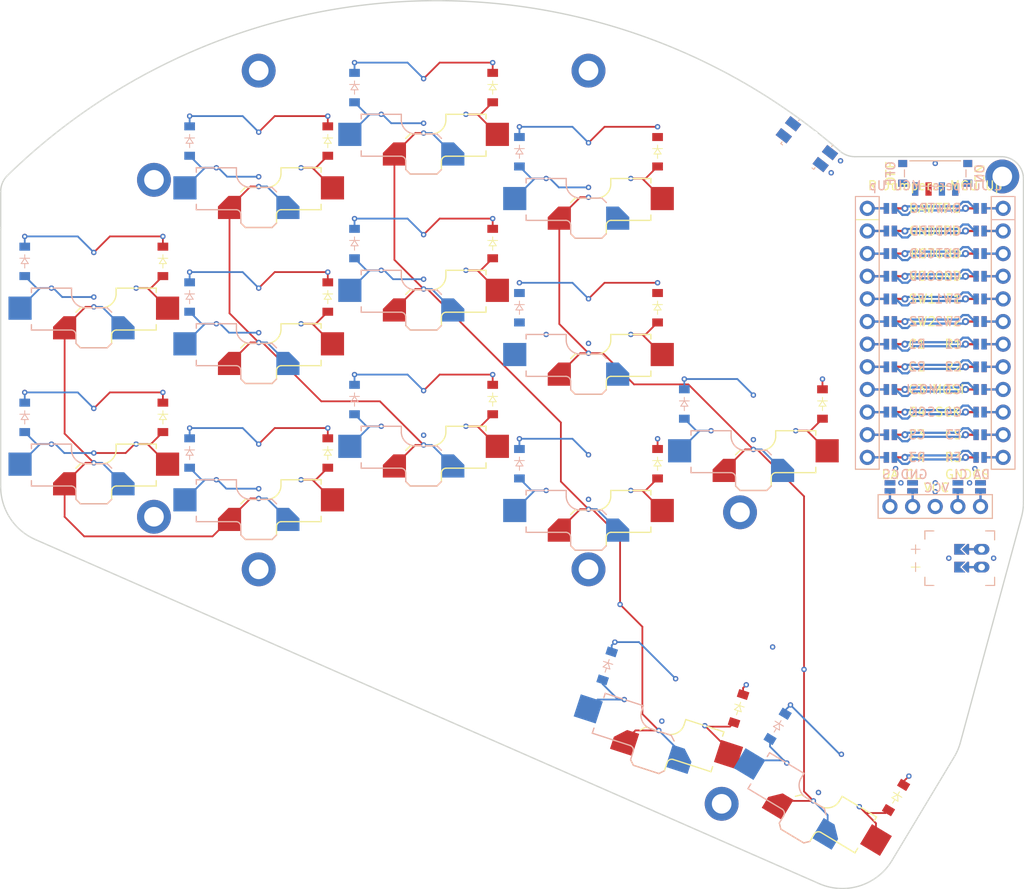
<source format=kicad_pcb>
(kicad_pcb (version 20240108) (generator "pcbnew") (generator_version "8.0")
  (title_block (title "snak_28") (date "2024-08-10") (rev "0.2.1") (company "JackMatanky"))
  (layers (0 "F.Cu" signal) (31 "B.Cu" signal) (34 "B.Paste" user) (35 "F.Paste" user) (36 "B.SilkS" user "B.Silkscreen") (37 "F.SilkS" user "F.Silkscreen") (38 "B.Mask" user) (39 "F.Mask" user) (44 "Edge.Cuts" user))
  (net 0 "")
  (net 1 "C1")
  (net 2 "pinky_mid")
  (net 3 "GND")
  (net 4 "pinky_top")
  (net 5 "ring_bot")
  (net 6 "C2")
  (net 7 "ring_mid")
  (net 8 "ring_top")
  (net 9 "middle_bot")
  (net 10 "C3")
  (net 11 "middle_mid")
  (net 12 "middle_top")
  (net 13 "index_bot")
  (net 14 "C4")
  (net 15 "index_mid")
  (net 16 "index_top")
  (net 17 "inner_mid")
  (net 18 "out_home")
  (net 19 "in_home")
  (net 20 "R2")
  (net 21 "R1")
  (net 22 "R3")
  (net 23 "R4")
  (net 24 "RAW")
  (net 25 "RST")
  (net 26 "VCC")
  (net 27 "SW1")
  (net 28 "SW2")
  (net 29 "F3")
  (net 30 "F4")
  (net 31 "TPC")
  (net 32 "TPD")
  (net 33 "F1")
  (net 34 "F2")
  (net 35 "MOSI")
  (net 36 "SCK")
  (net 37 "CS")
  (net 38 "MCU1_24")
  (net 39 "MCU1_1")
  (net 40 "MCU1_23")
  (net 41 "MCU1_2")
  (net 42 "MCU1_22")
  (net 43 "MCU1_3")
  (net 44 "MCU1_21")
  (net 45 "MCU1_4")
  (net 46 "MCU1_20")
  (net 47 "MCU1_5")
  (net 48 "MCU1_19")
  (net 49 "MCU1_6")
  (net 50 "MCU1_18")
  (net 51 "MCU1_7")
  (net 52 "MCU1_17")
  (net 53 "MCU1_8")
  (net 54 "MCU1_16")
  (net 55 "MCU1_9")
  (net 56 "MCU1_15")
  (net 57 "MCU1_10")
  (net 58 "MCU1_14")
  (net 59 "MCU1_11")
  (net 60 "MCU1_13")
  (net 61 "MCU1_12")
  (net 62 "DISP1_1")
  (net 63 "DISP1_2")
  (net 64 "DISP1_4")
  (net 65 "DISP1_5")
  (net 66 "pos")
  (net 67 "JST1_1")
  (net 68 "JST1_2")
  (footprint "VIA-0.6mm" (layer "F.Cu") (at 141.75 47)
    (property "Reference" "REF**" (hide yes))
    (property "Value" "VIA-0.6mm" (hide yes))
  )
  (footprint "VIA-0.6mm" (layer "F.Cu") (at 129.25 58.7)
    (property "Reference" "REF**" (hide yes))
    (property "Value" "VIA-0.6mm" (hide yes))
  )
  (footprint "VIA-0.6mm" (layer "F.Cu") (at 194.4 52.5075 90)
    (property "Reference" "REF**" (hide yes))
    (property "Value" "VIA-0.6mm" (hide yes))
  )
  (footprint "VIA-0.6mm" (layer "F.Cu") (at 137 83)
    (property "Reference" "REF**" (hide yes))
    (property "Value" "VIA-0.6mm" (hide yes))
  )
  (footprint "ceoloide:diode_tht_sod123" (layer "F.Cu") (at 126.25 50 -90)
    (property "Reference" "D5" (hide yes))
    (property "Value" "")
  )
  (footprint "VIA-0.6mm" (layer "F.Cu") (at 150.75 71.7)
    (property "Reference" "REF**" (hide yes))
    (property "Value" "VIA-0.6mm" (hide yes))
  )
  (footprint "VIA-0.6mm" (layer "F.Cu") (at 155.5 50.2)
    (property "Reference" "REF**" (hide yes))
    (property "Value" "VIA-0.6mm" (hide yes))
  )
  (footprint "ceoloide:diode_tht_sod123" (layer "F.Cu") (at 190.003682 123.648757 -121)
    (property "Reference" "D14" (hide yes))
    (property "Value" "")
  )
  (footprint "VIA-0.6mm" (layer "F.Cu") (at 174 83.5)
    (property "Reference" "REF**" (hide yes))
    (property "Value" "VIA-0.6mm" (hide yes))
  )
  (footprint "VIA-0.6mm" (layer "F.Cu") (at 118.5 54)
    (property "Reference" "REF**" (hide yes))
    (property "Value" "VIA-0.6mm" (hide yes))
  )
  (footprint "VIA-0.6mm" (layer "F.Cu") (at 159.042664 101.989375 -18)
    (property "Reference" "REF**" (hide yes))
    (property "Value" "VIA-0.6mm" (hide yes))
  )
  (footprint "ceoloide:diode_tht_sod123" (layer "F.Cu") (at 107.75 63.5 -90)
    (property "Reference" "D2" (hide yes))
    (property "Value" "")
  )
  (footprint "ceoloide:mounting_hole_plated" (layer "F.Cu") (at 155.5 42.1)
    (property "Reference" "H3" (hide yes))
    (property "Value" "")
  )
  (footprint "ceoloide:diode_tht_sod123" (layer "F.Cu") (at 126.25 85 -90)
    (property "Reference" "D3" (hide yes))
    (property "Value" "")
  )
  (footprint "VIA-0.6mm" (layer "F.Cu") (at 144.75 58.7)
    (property "Reference" "REF**" (hide yes))
    (property "Value" "VIA-0.6mm" (hide yes))
  )
  (footprint "VIA-0.6mm" (layer "F.Cu") (at 183.875673 118.800045 -31)
    (property "Reference" "REF**" (hide yes))
    (property "Value" "VIA-0.6mm" (hide yes))
  )
  (footprint "VIA-0.6mm" (layer "F.Cu") (at 155.5 73.8)
    (property "Reference" "REF**" (hide yes))
    (property "Value" "VIA-0.6mm" (hide yes))
  )
  (footprint "VIA-0.6mm" (layer "F.Cu") (at 147.75 65.9)
    (property "Reference" "REF**" (hide yes))
    (property "Value" "VIA-0.6mm" (hide yes))
  )
  (footprint "ceoloide:diode_tht_sod123" (layer "F.Cu") (at 144.75 44 -90)
    (property "Reference" "D8" (hide yes))
    (property "Value" "")
  )
  (footprint "VIA-0.6mm" (layer "F.Cu") (at 137 48)
    (property "Reference" "REF**" (hide yes))
    (property "Value" "VIA-0.6mm" (hide yes))
  )
  (footprint "VIA-0.6mm" (layer "F.Cu") (at 163.25 65.9)
    (property "Reference" "REF**" (hide yes))
    (property "Value" "VIA-0.6mm" (hide yes))
  )
  (footprint "VIA-0.6mm" (layer "F.Cu") (at 123.25 88)
    (property "Reference" "REF**" (hide yes))
    (property "Value" "VIA-0.6mm" (hide yes))
  )
  (footprint "VIA-0.6mm" (layer "F.Cu") (at 173.199461 111.005339 -18)
    (property "Reference" "REF**" (hide yes))
    (property "Value" "VIA-0.6mm" (hide yes))
  )
  (footprint "VIA-0.6mm" (layer "F.Cu") (at 155.5 90.2)
    (property "Reference" "REF**" (hide yes))
    (property "Value" "VIA-0.6mm" (hide yes))
  )
  (footprint "VIA-0.6mm" (layer "F.Cu") (at 141.75 82)
    (property "Reference" "REF**" (hide yes))
    (property "Value" "VIA-0.6mm" (hide yes))
  )
  (footprint "VIA-0.6mm" (layer "F.Cu") (at 100 80)
    (property "Reference" "REF**" (hide yes))
    (property "Value" "VIA-0.6mm" (hide yes))
  )
  (footprint "VIA-0.6mm" (layer "F.Cu") (at 100 67.5)
    (property "Reference" "REF**" (hide yes))
    (property "Value" "VIA-0.6mm" (hide yes))
  )
  (footprint "VIA-0.6mm" (layer "F.Cu") (at 160.25 54.2)
    (property "Reference" "REF**" (hide yes))
    (property "Value" "VIA-0.6mm" (hide yes))
  )
  (footprint "VIA-0.6mm" (layer "F.Cu") (at 195.925 96.8 -90)
    (property "Reference" "REF**" (hide yes))
    (property "Value" "VIA-0.6mm" (hide yes))
  )
  (footprint "VIA-0.6mm" (layer "F.Cu") (at 159.518956 112.658754 -18)
    (property "Reference" "REF**" (hide yes))
    (property "Value" "VIA-0.6mm" (hide yes))
  )
  (footprint "VIA-0.6mm" (layer "F.Cu") (at 107.75 60.7)
    (property "Reference" "REF**" (hide yes))
    (property "Value" "VIA-0.6mm" (hide yes))
  )
  (footprint "VIA-0.6mm" (layer "F.Cu") (at 160.25 71.7)
    (property "Reference" "REF**" (hide yes))
    (property "Value" "VIA-0.6mm" (hide yes))
  )
  (footprint "ceoloide:diode_tht_sod123" (layer "F.Cu") (at 163.25 51.2 -90)
    (property "Reference" "D11" (hide yes))
    (property "Value" "")
  )
  (footprint "VIA-0.6mm" (layer "F.Cu") (at 126.25 64.7)
    (property "Reference" "REF**" (hide yes))
    (property "Value" "VIA-0.6mm" (hide yes))
  )
  (footprint "VIA-0.6mm" (layer "F.Cu") (at 181.300483 123.085881 -31)
    (property "Reference" "REF**" (hide yes))
    (property "Value" "VIA-0.6mm" (hide yes))
  )
  (footprint "VIA-0.6mm" (layer "F.Cu") (at 110.75 64.7)
    (property "Reference" "REF**" (hide yes))
    (property "Value" "VIA-0.6mm" (hide yes))
  )
  (footprint "VIA-0.6mm" (layer "F.Cu") (at 169.25 82.5)
    (property "Reference" "REF**" (hide yes))
    (property "Value" "VIA-0.6mm" (hide yes))
  )
  (footprint "VIA-0.6mm" (layer "F.Cu") (at 147.75 48.4)
    (property "Reference" "REF**" (hide yes))
    (property "Value" "VIA-0.6mm" (hide yes))
  )
  (footprint "VIA-0.6mm" (layer "F.Cu") (at 141.75 64.5)
    (property "Reference" "REF**" (hide yes))
    (property "Value" "VIA-0.6mm" (hide yes))
  )
  (footprint "VIA-0.6mm" (layer "F.Cu") (at 194.4 89.35)
    (property "Reference" "REF**" (hide yes))
    (property "Value" "VIA-0.6mm" (hide yes))
  )
  (footprint "VIA-0.6mm" (layer "F.Cu") (at 177.743976 119.782283 -31)
    (property "Reference" "REF**" (hide yes))
    (property "Value" "VIA-0.6mm" (hide yes))
  )
  (footprint "VIA-0.6mm" (layer "F.Cu") (at 118.5 49)
    (property "Reference" "REF**" (hide yes))
    (property "Value" "VIA-0.6mm" (hide yes))
  )
  (footprint "VIA-0.6mm" (layer "F.Cu") (at 100 86.1)
    (property "Reference" "REF**" (hide yes))
    (property "Value" "VIA-0.6mm" (hide yes))
  )
  (footprint "VIA-0.6mm" (layer "F.Cu") (at 181.75 76.7)
    (property "Reference" "REF**" (hide yes))
    (property "Value" "VIA-0.6mm" (hide yes))
  )
  (footprint "ceoloide:mounting_hole_plated" (layer "F.Cu") (at 201.925 53.975)
    (property "Reference" "H9" (hide yes))
    (property "Value" "")
  )
  (footprint "VIA-0.6mm" (layer "F.Cu") (at 107.75 78.2)
    (property "Reference" "REF**" (hide yes))
    (property "Value" "VIA-0.6mm" (hide yes))
  )
  (footprint "VIA-0.6mm" (layer "F.Cu") (at 118.5 72.6)
    (property "Reference" "REF**" (hide yes))
    (property "Value" "VIA-0.6mm" (hide yes))
  )
  (footprint "VIA-0.6mm" (layer "F.Cu") (at 150.75 89.2)
    (property "Reference" "REF**" (hide yes))
    (property "Value" "VIA-0.6mm" (hide yes))
  )
  (footprint "VIA-0.6mm" (layer "F.Cu") (at 147.75 83.4)
    (property "Reference" "REF**" (hide yes))
    (property "Value" "VIA-0.6mm" (hide yes))
  )
  (footprint "ceoloide:diode_tht_sod123" (layer "F.Cu") (at 144.75 79 -90)
    (property "Reference" "D6" (hide yes))
    (property "Value" "")
  )
  (footprint "VIA-0.6mm" (layer "F.Cu") (at 104.75 66.5)
    (property "Reference" "REF**" (hide yes))
    (property "Value" "VIA-0.6mm" (hide yes))
  )
  (footprint "VIA-0.6mm" (layer "F.Cu") (at 174 78.5)
    (property "Reference" "REF**" (hide yes))
    (property "Value" "VIA-0.6mm" (hide yes))
  )
  (footprint "VIA-0.6mm" (layer "F.Cu") (at 137 84.1)
    (property "Reference" "REF**" (hide yes))
    (property "Value" "VIA-0.6mm" (hide yes))
  )
  (footprint "VIA-0.6mm" (layer "F.Cu") (at 178.75 82.5)
    (property "Reference" "REF**" (hide yes))
    (property "Value" "VIA-0.6mm" (hide yes))
  )
  (footprint "VIA-0.6mm" (layer "F.Cu") (at 123.25 53)
    (property "Reference" "REF**" (hide yes))
    (property "Value" "VIA-0.6mm" (hide yes))
  )
  (footprint "VIA-0.6mm" (layer "F.Cu") (at 191.445788 121.248689 -31)
    (property "Reference" "REF**" (hide yes))
    (property "Value" "VIA-0.6mm" (hide yes))
  )
  (footprint "VIA-0.6mm" (layer "F.Cu") (at 118.5 84)
    (property "Reference" "REF**" (hide yes))
    (property "Value" "VIA-0.6mm" (hide yes))
  )
  (footprint "VIA-0.6mm" (layer "F.Cu") (at 132.25 47)
    (property "Reference" "REF**" (hide yes))
    (property "Value" "VIA-0.6mm" (hide yes))
  )
  (footprint "VIA-0.6mm" (layer "F.Cu") (at 160.25 89.2)
    (property "Reference" "REF**" (hide yes))
    (property "Value" "VIA-0.6mm" (hide yes))
  )
  (footprint "ceoloide:mcu_nice_nano" (layer "F.Cu") (at 194.4 70.25)
    (property "Reference" "MCU1" (hide yes))
    (property "Value" "")
  )
  (footprint "VIA-0.6mm" (layer "F.Cu") (at 168.553993 115.594416 -18)
    (property "Reference" "REF**" (hide yes))
    (property "Value" "VIA-0.6mm" (hide yes))
  )
  (footprint "ceoloide:power_switch_smd_side" (layer "F.Cu") (at 194.4 53.645 90)
    (property "Reference" "PWR1" (hide yes))
    (property "Value" "")
  )
  (footprint "VIA-0.6mm" (layer "F.Cu") (at 180.733941 124.028765 -31)
    (property "Reference" "REF**" (hide yes))
    (property "Value" "VIA-0.6mm" (hide yes))
  )
  (footprint "VIA-0.6mm" (layer "F.Cu") (at 174 84.6)
    (property "Reference" "REF**" (hide yes))
    (property "Value" "VIA-0.6mm" (hide yes))
  )
  (footprint "ceoloide:diode_tht_sod123" (layer "F.Cu") (at 163.25 68.7 -90)
    (property "Reference" "D10" (hide yes))
    (property "Value" "")
  )
  (footprint "ceoloide:mounting_hole_plated" (layer "F.Cu") (at 118.5 98.05)
    (property "Reference" "H2" (hide yes))
    (property "Value" "")
  )
  (footprint "VIA-0.6mm" (layer "F.Cu") (at 166.25 76.7)
    (property "Reference" "REF**" (hide yes))
    (property "Value" "VIA-0.6mm" (hide yes))
  )
  (footprint "ceoloide:diode_tht_sod123" (layer "F.Cu") (at 107.75 81 -90)
    (property "Reference" "D1" (hide yes))
    (property "Value" "")
  )
  (footprint "ceoloide:diode_tht_sod123" (layer "F.Cu") (at 126.25 67.5 -90)
    (property "Reference" "D4" (hide yes))
    (property "Value" "")
  )
  (footprint "VIA-0.6mm" (layer "F.Cu") (at 118.5 66.5)
    (property "Reference" "REF**" (hide yes))
    (property "Value" "VIA-0.6mm" (hide yes))
  )
  (footprint "ceoloide:diode_tht_sod123" (layer "F.Cu") (at 144.75 61.5 -90)
    (property "Reference" "D7" (hide yes))
    (property "Value" "")
  )
  (footprint "VIA-0.6mm" (layer "F.Cu") (at 163.387539 116.123804 -18)
    (property "Reference" "REF**" (hide yes))
    (property "Value" "VIA-0.6mm" (hide yes))
  )
  (footprint "VIA-0.6mm" (layer "F.Cu") (at 137 43)
    (property "Reference" "REF**" (hide yes))
    (property "Value" "VIA-0.6mm" (hide yes))
  )
  (footprint "VIA-0.6mm" (layer "F.Cu") (at 113.75 70.5)
    (property "Reference" "REF**" (hide yes))
    (property "Value" "VIA-0.6mm" (hide yes))
  )
  (footprint "ceoloide:mounting_hole_plated" (layer "F.Cu") (at 155.5 98.05)
    (property "Reference" "H4" (hide yes))
    (property "Value" "")
  )
  (footprint "VIA-0.6mm" (layer "F.Cu") (at 104.75 84)
    (property "Reference" "REF**" (hide yes))
    (property "Value" "VIA-0.6mm" (hide yes))
  )
  (footprint "VIA-0.6mm" (layer "F.Cu") (at 100 62.5)
    (property "Reference" "REF**" (hide yes))
    (property "Value" "VIA-0.6mm" (hide yes))
  )
  (footprint "VIA-0.6mm" (layer "F.Cu") (at 200.95 96.8 -90)
    (property "Reference" "REF**" (hide yes))
    (property "Value" "VIA-0.6mm" (hide yes))
  )
  (footprint "VIA-0.6mm" (layer "F.Cu") (at 123.25 70.5)
    (property "Reference" "REF**" (hide yes))
    (property "Value" "VIA-0.6mm" (hide yes))
  )
  (footprint "ceoloide:mounting_hole_plated" (layer "F.Cu") (at 170.438866 124.35568 -18)
    (property "Reference" "H8" (hide yes))
    (property "Value" "")
  )
  (footprint "VIA-0.6mm" (layer "F.Cu") (at 178.159695 113.265598 -31)
    (property "Reference" "REF**" (hide yes))
    (property "Value" "VIA-0.6mm" (hide yes))
  )
  (footprint "ceoloide:reset_switch_smd_side" (layer "F.Cu") (at 180 50.35 -38)
    (property "Reference" "RST1" (hide yes))
    (property "Value" "")
  )
  (footprint "VIA-0.6mm" (layer "F.Cu") (at 155.5 55.2)
    (property "Reference" "REF**" (hide yes))
    (property "Value" "VIA-0.6mm" (hide yes))
  )
  (footprint "VIA-0.6mm" (layer "F.Cu") (at 95.25 66.5)
    (property "Reference" "REF**" (hide yes))
    (property "Value" "VIA-0.6mm" (hide yes))
  )
  (footprint "VIA-0.6mm" (layer "F.Cu") (at 137 78)
    (property "Reference" "REF**" (hide yes))
    (property "Value" "VIA-0.6mm" (hide yes))
  )
  (footprint "VIA-0.6mm" (layer "F.Cu") (at 132.25 82)
    (property "Reference" "REF**" (hide yes))
    (property "Value" "VIA-0.6mm" (hide yes))
  )
  (footprint "VIA-0.6mm" (layer "F.Cu") (at 92.25 60.7)
    (property "Reference" "REF**" (hide yes))
    (property "Value" "VIA-0.6mm" (hide yes))
  )
  (footprint "VIA-0.6mm" (layer "F.Cu") (at 144.75 76.2)
    (property "Reference" "REF**" (hide yes))
    (property "Value" "VIA-0.6mm" (hide yes))
  )
  (footprint "VIA-0.6mm" (layer "F.Cu") (at 113.75 53)
    (property "Reference" "REF**" (hide yes))
    (property "Value" "VIA-0.6mm" (hide yes))
  )
  (footprint "ceoloide:diode_tht_sod123" (layer "F.Cu") (at 172.334214 113.668297 -108)
    (property "Reference" "D13" (hide yes))
    (property "Value" "")
  )
  (footprint "VIA-0.6mm" (layer "F.Cu") (at 155.5 67.7)
    (property "Reference" "REF**" (hide yes))
    (property "Value" "VIA-0.6mm" (hide yes))
  )
  (footprint "VIA-0.6mm" (layer "F.Cu") (at 144.75 41.2)
    (property "Reference" "REF**" (hide yes))
    (property "Value" "VIA-0.6mm" (hide yes))
  )
  (footprint "VIA-0.6mm" (layer "F.Cu") (at 92.25 78.2)
    (property "Reference" "REF**" (hide yes))
    (property "Value" "VIA-0.6mm" (hide yes))
  )
  (footprint "VIA-0.6mm" (layer "F.Cu") (at 100 85)
    (property "Reference" "REF**" (hide yes))
    (property "Value" "VIA-0.6mm" (hide yes))
  )
  (footprint "VIA-0.6mm" (layer "F.Cu") (at 100 68.6)
    (property "Reference" "REF**" (hide yes))
    (property "Value" "VIA-0.6mm" (hide yes))
  )
  (footprint "VIA-0.6mm" (layer "F.Cu") (at 158.458085 106.215575 -18)
    (property "Reference" "REF**" (hide yes))
    (property "Value" "VIA-0.6mm" (hide yes))
  )
  (footprint "VIA-0.6mm" (layer "F.Cu") (at 129.25 41.2)
    (property "Reference" "REF**" (hide yes))
    (property "Value" "VIA-0.6mm" (hide yes))
  )
  (footprint "VIA-0.6mm" (layer "F.Cu") (at 95.25 84)
    (property "Reference" "REF**" (hide yes))
    (property "Value" "VIA-0.6mm" (hide yes))
  )
  (footprint "ceoloide:mounting_hole_plated" (layer "F.Cu") (at 172.5 91.65)
    (property "Reference" "H7" (hide yes))
    (property "Value" "")
  )
  (footprint "VIA-0.6mm" (layer "F.Cu") (at 183.773857 52.219794 -38)
    (property "Reference" "REF**" (hide yes))
    (property "Value" "VIA-0.6mm" (hide yes))
  )
  (footprint "VIA-0.6mm" (layer "F.Cu") (at 176.15568 106.761134 -18)
    (property "Reference" "REF**" (hide yes))
    (property "Value" "VIA-0.6mm" (hide yes))
  )
  (footprint "VIA-0.6mm" (layer "F.Cu") (at 137 60.5)
    (property "Reference" "REF**" (hide yes))
    (property "Value" "VIA-0.6mm" (hide yes))
  )
  (footprint "VIA-0.6mm" (layer "F.Cu") (at 150.75 54.2)
    (property "Reference" "REF**" (hide yes))
    (property "Value" "VIA-0.6mm" (hide yes))
  )
  (footprint "VIA-0.6mm" (layer "F.Cu") (at 118.5 89)
    (property "Reference" "REF**" (hide yes))
    (property "Value" "VIA-0.6mm" (hide yes))
  )
  (footprint "ceoloide:mounting_hole_plated" (layer "F.Cu") (at 106.75 54.35)
    (property "Reference" "H5" (hide yes))
    (property "Value" "")
  )
  (footprint "VIA-0.6mm" (layer "F.Cu") (at 137 66.6)
    (property "Reference" "REF**" (hide yes))
    (property "Value" "VIA-0.6mm" (hide yes))
  )
  (footprint "ceoloide:diode_tht_sod123" (layer "F.Cu") (at 181.75 79.5 -90)
    (property "Reference" "D12" (hide yes))
    (property "Value" "")
  )
  (footprint "VIA-0.6mm" (layer "F.Cu") (at 179.67998 109.279217 -31)
    (property "Reference" "REF**" (hide yes))
    (property "Value" "VIA-0.6mm" (hide yes))
  )
  (footprint "VIA-0.6mm" (layer "F.Cu") (at 126.25 47.2)
    (property "Reference" "REF**" (hide yes))
    (property "Value" "VIA-0.6mm" (hide yes))
  )
  (footprint "VIA-0.6mm" (layer "F.Cu") (at 198.25 88.35)
    (property "Reference" "REF**" (hide yes))
    (property "Value" "VIA-0.6mm" (hide yes))
  )
  (footprint "VIA-0.6mm" (layer "F.Cu") (at 155.5 56.3)
    (property "Reference" "REF**" (hide yes))
    (property "Value" "VIA-0.6mm" (hide yes))
  )
  (footprint "ceoloide:display_nice_view" (layer "F.Cu") (at 194.4 74.3)
    (property "Reference" "DISP1" (hide yes))
    (property "Value" "")
  )
  (footprint "ceoloide:mounting_hole_plated" (layer "F.Cu") (at 118.5 42.1)
    (property "Reference" "H1" (hide yes))
    (property "Value" "")
  )
  (footprint "VIA-0.6mm" (layer "F.Cu") (at 155.5 85.2)
    (property "Reference" "REF**" (hide yes))
    (property "Value" "VIA-0.6mm" (hide yes))
  )
  (footprint "VIA-0.6mm" (layer "F.Cu") (at 194.4 88.35)
    (property "Reference" "REF**" (hide yes))
    (property "Value" "VIA-0.6mm" (hide yes))
  )
  (footprint "ceoloide:battery_connector_jst_ph_2" (layer "F.Cu") (at 199.6 96.8 -90)
    (property "Reference" "JST1" (hide yes))
    (property "Value" "")
  )
  (footprint "VIA-0.6mm" (layer "F.Cu") (at 132.25 64.5)
    (property "Reference" "REF**" (hide yes))
    (property "Value" "VIA-0.6mm" (hide yes))
  )
  (footprint "VIA-0.6mm" (layer "F.Cu") (at 155.5 72.7)
    (property "Reference" "REF**" (hide yes))
    (property "Value" "VIA-0.6mm" (hide yes))
  )
  (footprint "ceoloide:mounting_hole_plated" (layer "F.Cu") (at 106.75 92.15)
    (property "Reference" "H6" (hide yes))
    (property "Value" "")
  )
  (footprint "VIA-0.6mm" (layer "F.Cu") (at 185.887066 124.675145 -31)
    (property "Reference" "REF**" (hide yes))
    (property "Value" "VIA-0.6mm" (hide yes))
  )
  (footprint "VIA-0.6mm" (layer "F.Cu") (at 126.25 82.2)
    (property "Reference" "REF**" (hide yes))
    (property "Value" "VIA-0.6mm" (hide yes))
  )
  (footprint "VIA-0.6mm" (layer "F.Cu") (at 113.75 88)
    (property "Reference" "REF**" (hide yes))
    (property "Value" "VIA-0.6mm" (hide yes))
  )
  (footprint "VIA-0.6mm" (layer "F.Cu") (at 110.75 82.2)
    (property "Reference" "REF**" (hide yes))
    (property "Value" "VIA-0.6mm" (hide yes))
  )
  (footprint "VIA-0.6mm" (layer "F.Cu") (at 190.55 88.35)
    (property "Reference" "REF**" (hide yes))
    (property "Value" "VIA-0.6mm" (hide yes))
  )
  (footprint "VIA-0.6mm" (layer "F.Cu") (at 129.25 76.2)
    (property "Reference" "REF**" (hide yes))
    (property "Value" "VIA-0.6mm" (hide yes))
  )
  (footprint "VIA-0.6mm" (layer "F.Cu") (at 198.85 86.75)
    (property "Reference" "REF**" (hide yes))
    (property "Value" "VIA-0.6mm" (hide yes))
  )
  (footprint "VIA-0.6mm" (layer "F.Cu") (at 163.727458 115.077641 -18)
    (property "Reference" "REF**" (hide yes))
    (property "Value" "VIA-0.6mm" (hide yes))
  )
  (footprint "VIA-0.6mm" (layer "F.Cu") (at 189.95 86.75)
    (property "Reference" "REF**" (hide yes))
    (property "Value" "VIA-0.6mm" (hide yes))
  )
  (footprint "VIA-0.6mm" (layer "F.Cu") (at 137 65.5)
    (property "Reference" "REF**" (hide yes))
    (property "Value" "VIA-0.6mm" (hide yes))
  )
  (footprint "VIA-0.6mm" (layer "F.Cu") (at 165.272543 110.322359 -18)
    (property "Reference" "REF**" (hide yes))
    (property "Value" "VIA-0.6mm" (hide yes))
  )
  (footprint "VIA-0.6mm" (layer "F.Cu") (at 118.5 55.1)
    (property "Reference" "REF**" (hide yes))
    (property "Value" "VIA-0.6mm" (hide yes))
  )
  (footprint "VIA-0.6mm" (layer "F.Cu") (at 163.25 48.4)
    (property "Reference" "REF**" (hide yes))
    (property "Value" "VIA-0.6mm" (hide yes))
  )
  (footprint "VIA-0.6mm" (layer "F.Cu") (at 110.75 47.2)
    (property "Reference" "REF**" (hide yes))
    (property "Value" "VIA-0.6mm" (hide yes))
  )
  (footprint "VIA-0.6mm" (layer "F.Cu") (at 182.727232 53.559413 -38)
    (property "Reference" "REF**" (hide yes))
    (property "Value" "VIA-0.6mm" (hide yes))
  )
  (footprint "VIA-0.6mm" (layer "F.Cu") (at 118.5 90.1)
    (property "Reference" "REF**" (hide yes))
    (property "Value" "VIA-0.6mm" (hide yes))
  )
  (footprint "VIA-0.6mm" (layer "F.Cu") (at 155.5 91.3)
    (property "Reference" "REF**" (hide yes))
    (property "Value" "VIA-0.6mm" (hide yes))
  )
  (footprint "VIA-0.6mm" (layer "F.Cu") (at 118.5 71.5)
    (property "Reference" "REF**" (hide yes))
    (property "Value" "VIA-0.6mm" (hide yes))
  )
  (footprint "ceoloide:diode_tht_sod123" (layer "F.Cu") (at 163.25 86.2 -90)
    (property "Reference" "D9" (hide yes))
    (property "Value" "")
  )
  (footprint "VIA-0.6mm" (layer "F.Cu") (at 163.25 83.4)
    (property "Reference" "REF**" (hide yes))
    (property "Value" "VIA-0.6mm" (hide yes))
  )
  (footprint "VIA-0.6mm" (layer "F.Cu") (at 137 49.1)
    (property "Reference" "REF**" (hide yes))
    (property "Value" "VIA-0.6mm" (hide yes))
  )
  (footprint "ceoloide:switch_choc_v1_v2" (layer "B.Cu") (at 174 81 180)
    (property "Reference" "S12" (hide yes))
    (property "Value" "")
  )
  (footprint "ceoloide:diode_tht_sod123" (layer "B.Cu") (at 147.75 51.2 -90)
    (property "Reference" "D25" (hide yes))
    (property "Value" "")
  )
  (footprint "ceoloide:diode_tht_sod123" (layer "B.Cu") (at 129.25 79 -90)
    (property "Reference" "D20" (hide yes))
    (property "Value" "")
  )
  (footprint "ceoloide:switch_choc_v1_v2" (layer "B.Cu") (at 155.5 52.7 180)
    (property "Reference" "S11" (hide yes))
    (property "Value" "")
  )
  (footprint "ceoloide:diode_tht_sod123" (layer "B.Cu") (at 176.717589 115.665667 -121)
    (property "Reference" "D28" (hide yes))
    (property "Value" "")
  )
  (footprint "ceoloide:diode_tht_sod123" (layer "B.Cu") (at 129.25 44 -90)
    (property "Reference" "D22" (hide yes))
    (property "Value" "")
  )
  (footprint "ceoloide:diode_tht_sod123" (layer "B.Cu") (at 92.25 63.5 -90)
    (property "Reference" "D16" (hide yes))
    (property "Value" "")
  )
  (footprint "ceoloide:diode_tht_sod123" (layer "B.Cu") (at 147.75 68.7 -90)
    (property "Reference" "D24" (hide yes))
    (property "Value" "")
  )
  (footprint "ceoloide:diode_tht_sod123" (layer "B.Cu") (at 110.75 85 -90)
    (property "Reference" "D17" (hide yes))
    (property "Value" "")
  )
  (footprint "ceoloide:diode_tht_sod123" (layer "B.Cu") (at 129.25 61.5 -90)
    (property "Reference" "D21" (hide yes))
    (property "Value" "")
  )
  (footprint "ceoloide:switch_choc_v1_v2" (layer "B.Cu") (at 118.5 69 180)
    (property "Reference" "S4" (hide yes))
    (property "Value" "")
  )
  (footprint "ceoloide:switch_choc_v1_v2" (layer "B.Cu") (at 155.5 70.2 180)
    (property "Reference" "S10" (hide yes))
    (property "Value" "")
  )
  (footprint "ceoloide:switch_choc_v1_v2" (layer "B.Cu") (at 164.5 112.7 162)
    (property "Reference" "S13" (hide yes))
    (property "Value" "")
  )
  (footprint "ceoloide:diode_tht_sod123" (layer "B.Cu") (at 92.25 81 -90)
    (property "Reference" "D15" (hide yes))
    (property "Value" "")
  )
  (footprint "ceoloide:switch_choc_v1_v2" (layer "B.Cu") (at 182.588078 120.942963 149)
    (property "Reference" "S14" (hide yes))
    (property "Value" "")
  )
  (footprint "ceoloide:diode_tht_sod123" (layer "B.Cu") (at 110.75 50 -90)
    (property "Reference" "D19" (hide yes))
    (property "Value" "")
  )
  (footprint "ceoloide:diode_tht_sod123" (layer "B.Cu") (at 157.592838 108.878534 -108)
    (property "Reference" "D27" (hide yes))
    (property "Value" "")
  )
  (footprint "ceoloide:switch_choc_v1_v2" (layer "B.Cu") (at 137 80.5 180)
    (property "Reference" "S6" (hide yes))
    (property "Value" "")
  )
  (footprint "ceoloide:switch_choc_v1_v2" (layer "B.Cu") (at 100 82.5 180)
    (property "Reference" "S1" (hide yes))
    (property "Value" "")
  )
  (footprint "ceoloide:switch_choc_v1_v2" (layer "B.Cu") (at 100 65 180)
    (property "Reference" "S2" (hide yes))
    (property "Value" "")
  )
  (footprint "ceoloide:switch_choc_v1_v2" (layer "B.Cu") (at 137 63 180)
    (property "Reference" "S7" (hide yes))
    (property "Value" "")
  )
  (footprint "ceoloide:switch_choc_v1_v2" (layer "B.Cu") (at 137 45.5 180)
    (property "Reference" "S8" (hide yes))
    (property "Value" "")
  )
  (footprint "ceoloide:diode_tht_sod123" (layer "B.Cu") (at 166.25 79.5 -90)
    (property "Reference" "D26" (hide yes))
    (property "Value" "")
  )
  (footprint "ceoloide:diode_tht_sod123" (layer "B.Cu") (at 110.75 67.5 -90)
    (property "Reference" "D18" (hide yes))
    (property "Value" "")
  )
  (footprint "ceoloide:switch_choc_v1_v2" (layer "B.Cu") (at 155.5 87.7 180)
    (property "Reference" "S9" (hide yes))
    (property "Value" "")
  )
  (footprint "ceoloide:switch_choc_v1_v2" (layer "B.Cu") (at 118.5 51.5 180)
    (property "Reference" "S5" (hide yes))
    (property "Value" "")
  )
  (footprint "ceoloide:switch_choc_v1_v2" (layer "B.Cu") (at 118.5 86.5 180)
    (property "Reference" "S3" (hide yes))
    (property "Value" "")
  )
  (footprint "ceoloide:diode_tht_sod123" (layer "B.Cu") (at 147.75 86.2 -90)
    (property "Reference" "D23" (hide yes))
    (property "Value" "")
  )
  (gr_line (start 204.073899 92.184694) (end 197.228664 117.455143) (stroke (width 0.15)) (layer "Edge.Cuts"))
  (gr_line (start 196.526353 119.103423) (end 189.555336 130.705142) (stroke (width 0.15)) (layer "Edge.Cuts"))
  (gr_arc (start 89.55 59.949865) (mid 89.551251 59.82239) (end 89.555 59.694963) (stroke (width 0.15)) (layer "Edge.Cuts"))
  (gr_arc (start 90.308947 53.86759) (mid 136.484795 34.279434) (end 183.725558 51.138112) (stroke (width 0.15)) (layer "Edge.Cuts"))
  (gr_arc (start 204.3 90.485226) (mid 204.243223 91.342447) (end 204.073899 92.184694) (stroke (width 0.15)) (layer "Edge.Cuts"))
  (gr_arc (start 201.8 51.75) (mid 203.567767 52.482233) (end 204.3 54.25) (stroke (width 0.15)) (layer "Edge.Cuts"))
  (gr_line (start 204.3 54.25) (end 204.3 90.485226) (stroke (width 0.15)) (layer "Edge.Cuts"))
  (gr_arc (start 197.228664 117.455143) (mid 196.934578 118.3036) (end 196.526353 119.103423) (stroke (width 0.15)) (layer "Edge.Cuts"))
  (gr_arc (start 189.555336 130.705142) (mid 185.954484 133.551471) (end 181.370949 133.30914) (stroke (width 0.15)) (layer "Edge.Cuts"))
  (gr_line (start 89.55 88.754724) (end 89.55 59.949865) (stroke (width 0.15)) (layer "Edge.Cuts"))
  (gr_arc (start 185.364166 51.75) (mid 184.489609 51.592027) (end 183.725558 51.138112) (stroke (width 0.15)) (layer "Edge.Cuts"))
  (gr_line (start 181.370949 133.30914) (end 93.4372 94.70647) (stroke (width 0.15)) (layer "Edge.Cuts"))
  (gr_line (start 185.364166 51.75) (end 201.8 51.75) (stroke (width 0.15)) (layer "Edge.Cuts"))
  (gr_line (start 89.555 55.656808) (end 89.555 59.694963) (stroke (width 0.15)) (layer "Edge.Cuts"))
  (gr_arc (start 93.4372 94.70647) (mid 90.607877 92.309076) (end 89.55 88.754724) (stroke (width 0.15)) (layer "Edge.Cuts"))
  (gr_arc (start 89.555 55.656808) (mid 89.751182 54.686016) (end 90.308947 53.86759) (stroke (width 0.15)) (layer "Edge.Cuts"))
  (segment (start 113.325 94.35) (end 98.922 94.35) (width 0.2) (layer "F.Cu") (net 1))
  (segment (start 99.075 86.1) (end 100 86.1) (width 0.2) (layer "F.Cu") (net 1))
  (segment (start 96.725 92.153) (end 96.725 88.45) (width 0.2) (layer "F.Cu") (net 1))
  (segment (start 96.725 88.45) (end 99.075 86.1) (width 0.2) (layer "F.Cu") (net 1))
  (segment (start 96.725 70.95) (end 99.075 68.6) (width 0.2) (layer "F.Cu") (net 1))
  (segment (start 115.225 92.45) (end 117.575 90.1) (width 0.2) (layer "F.Cu") (net 1))
  (segment (start 117.575 90.1) (end 118.5 90.1) (width 0.2) (layer "F.Cu") (net 1))
  (segment (start 96.725 82.825) (end 100 86.1) (width 0.2) (layer "F.Cu") (net 1))
  (segment (start 99.075 68.6) (end 100 68.6) (width 0.2) (layer "F.Cu") (net 1))
  (segment (start 189.82 72.79) (end 191 72.79) (width 0.25) (layer "F.Cu") (net 1))
  (segment (start 115.225 92.45) (end 113.325 94.35) (width 0.2) (layer "F.Cu") (net 1))
  (segment (start 96.725 70.95) (end 96.725 82.825) (width 0.2) (layer "F.Cu") (net 1))
  (segment (start 98.922 94.35) (end 96.725 92.153) (width 0.2) (layer "F.Cu") (net 1))
  (segment (start 100.925 86.1) (end 100 86.1) (width 0.2) (layer "B.Cu") (net 1))
  (segment (start 100.925 68.6) (end 100 68.6) (width 0.2) (layer "B.Cu") (net 1))
  (segment (start 121.775 92.45) (end 119.425 90.1) (width 0.2) (layer "B.Cu") (net 1))
  (segment (start 198.825305 72.79) (end 198.100305 72.065) (width 0.25) (layer "B.Cu") (net 1))
  (segment (start 197.499695 72.065) (end 196.994695 72.57) (width 0.25) (layer "B.Cu") (net 1))
  (segment (start 103.275 88.45) (end 100.925 86.1) (width 0.2) (layer "B.Cu") (net 1))
  (segment (start 119.425 90.1) (end 118.5 90.1) (width 0.2) (layer "B.Cu") (net 1))
  (segment (start 199.175 72.79) (end 198.825305 72.79) (width 0.25) (layer "B.Cu") (net 1))
  (segment (start 103.275 70.95) (end 100.925 68.6) (width 0.2) (layer "B.Cu") (net 1))
  (segment (start 198.100305 72.065) (end 197.499695 72.065) (width 0.25) (layer "B.Cu") (net 1))
  (segment (start 196.994695 72.57) (end 191.22 72.57) (width 0.25) (layer "B.Cu") (net 1))
  (segment (start 103.574 85) (end 100 85) (width 0.2) (layer "F.Cu") (net 2))
  (segment (start 106.025 84) (end 104.75 84) (width 0.2) (layer "F.Cu") (net 2))
  (segment (start 104.75 84) (end 104.574 84) (width 0.2) (layer "F.Cu") (net 2))
  (segment (start 106.4 84) (end 104.75 84) (width 0.2) (layer "F.Cu") (net 2))
  (segment (start 104.574 84) (end 103.574 85) (width 0.2) (layer "F.Cu") (net 2))
  (segment (start 107.75 82.65) (end 106.4 84) (width 0.2) (layer "F.Cu") (net 2))
  (segment (start 108.275 86.25) (end 106.025 84) (width 0.2) (layer "F.Cu") (net 2))
  (segment (start 92.25 82.65) (end 93.6 84) (width 0.2) (layer "B.Cu") (net 2))
  (segment (start 93.975 84) (end 95.25 84) (width 0.2) (layer "B.Cu") (net 2))
  (segment (start 96.684 85) (end 100 85) (width 0.2) (layer "B.Cu") (net 2))
  (segment (start 93.6 84) (end 95.25 84) (width 0.2) (layer "B.Cu") (net 2))
  (segment (start 95.684 84) (end 96.684 85) (width 0.2) (layer "B.Cu") (net 2))
  (segment (start 91.725 86.25) (end 93.975 84) (width 0.2) (layer "B.Cu") (net 2))
  (segment (start 95.25 84) (end 95.684 84) (width 0.2) (layer "B.Cu") (net 2))
  (segment (start 198.98 65.17) (end 197.8 65.17) (width 0.25) (layer "F.Cu") (net 3))
  (segment (start 189.82 60.09) (end 191 60.09) (width 0.25) (layer "F.Cu") (net 3))
  (segment (start 198.98 62.63) (end 197.8 62.63) (width 0.25) (layer "F.Cu") (net 3))
  (segment (start 189.974695 65.17) (end 190.699695 65.895) (width 0.25) (layer "B.Cu") (net 3))
  (segment (start 191.795305 62.86) (end 197.57 62.86) (width 0.25) (layer "B.Cu") (net 3))
  (segment (start 189.625 65.17) (end 189.974695 65.17) (width 0.25) (layer "B.Cu") (net 3))
  (segment (start 189.625 62.63) (end 189.974695 62.63) (width 0.25) (layer "B.Cu") (net 3))
  (segment (start 196.994695 59.87) (end 191.22 59.87) (width 0.25) (layer "B.Cu") (net 3))
  (segment (start 190.699695 65.895) (end 191.300305 65.895) (width 0.25) (layer "B.Cu") (net 3))
  (segment (start 198.825305 60.09) (end 198.100305 59.365) (width 0.25) (layer "B.Cu") (net 3))
  (segment (start 191.300305 63.355) (end 191.795305 62.86) (width 0.25) (layer "B.Cu") (net 3))
  (segment (start 199.175 60.09) (end 198.825305 60.09) (width 0.25) (layer "B.Cu") (net 3))
  (segment (start 190.699695 63.355) (end 191.300305 63.355) (width 0.25) (layer "B.Cu") (net 3))
  (segment (start 191.795305 65.4) (end 197.57 65.4) (width 0.25) (layer "B.Cu") (net 3))
  (segment (start 198.100305 59.365) (end 197.499695 59.365) (width 0.25) (layer "B.Cu") (net 3))
  (segment (start 197.499695 59.365) (end 196.994695 59.87) (width 0.25) (layer "B.Cu") (net 3))
  (segment (start 189.974695 62.63) (end 190.699695 63.355) (width 0.25) (layer "B.Cu") (net 3))
  (segment (start 191.300305 65.895) (end 191.795305 65.4) (width 0.25) (layer "B.Cu") (net 3))
  (segment (start 106.4 66.5) (end 104.75 66.5) (width 0.2) (layer "F.Cu") (net 4))
  (segment (start 107.75 65.15) (end 106.4 66.5) (width 0.2) (layer "F.Cu") (net 4))
  (segment (start 106.025 66.5) (end 104.75 66.5) (width 0.2) (layer "F.Cu") (net 4))
  (segment (start 108.275 68.75) (end 106.025 66.5) (width 0.2) (layer "F.Cu") (net 4))
  (segment (start 93.975 66.5) (end 95.25 66.5) (width 0.2) (layer "B.Cu") (net 4))
  (segment (start 95.25 66.5) (end 95.456 66.5) (width 0.2) (layer "B.Cu") (net 4))
  (segment (start 93.6 66.5) (end 95.25 66.5) (width 0.2) (layer "B.Cu") (net 4))
  (segment (start 96.456 67.5) (end 100 67.5) (width 0.2) (layer "B.Cu") (net 4))
  (segment (start 91.725 68.75) (end 93.975 66.5) (width 0.2) (layer "B.Cu") (net 4))
  (segment (start 95.456 66.5) (end 96.456 67.5) (width 0.2) (layer "B.Cu") (net 4))
  (segment (start 92.25 65.15) (end 93.6 66.5) (width 0.2) (layer "B.Cu") (net 4))
  (segment (start 126.775 90.25) (end 124.525 88) (width 0.2) (layer "F.Cu") (net 5))
  (segment (start 124.525 88) (end 123.25 88) (width 0.2) (layer "F.Cu") (net 5))
  (segment (start 126.25 86.65) (end 124.9 88) (width 0.2) (layer "F.Cu") (net 5))
  (segment (start 124.9 88) (end 123.25 88) (width 0.2) (layer "F.Cu") (net 5))
  (segment (start 113.866295 88) (end 114.866295 89) (width 0.2) (layer "B.Cu") (net 5))
  (segment (start 112.475 88) (end 113.75 88) (width 0.2) (layer "B.Cu") (net 5))
  (segment (start 112.1 88) (end 113.75 88) (width 0.2) (layer "B.Cu") (net 5))
  (segment (start 110.225 90.25) (end 112.475 88) (width 0.2) (layer "B.Cu") (net 5))
  (segment (start 113.75 88) (end 113.866295 88) (width 0.2) (layer "B.Cu") (net 5))
  (segment (start 114.866295 89) (end 118.5 89) (width 0.2) (layer "B.Cu") (net 5))
  (segment (start 110.75 86.65) (end 112.1 88) (width 0.2) (layer "B.Cu") (net 5))
  (segment (start 133.725 86.45) (end 136.075 84.1) (width 0.2) (layer "F.Cu") (net 6))
  (segment (start 115.225 57.45) (end 117.575 55.1) (width 0.2) (layer "F.Cu") (net 6))
  (segment (start 132.1 79.2) (end 137 84.1) (width 0.2) (layer "F.Cu") (net 6))
  (segment (start 115.225 69.325) (end 118.5 72.6) (width 0.2) (layer "F.Cu") (net 6))
  (segment (start 136.075 84.1) (end 137 84.1) (width 0.2) (layer "F.Cu") (net 6))
  (segment (start 115.225 57.45) (end 115.225 69.325) (width 0.2) (layer "F.Cu") (net 6))
  (segment (start 117.575 55.1) (end 118.5 55.1) (width 0.2) (layer "F.Cu") (net 6))
  (segment (start 125.524264 79.2) (end 132.1 79.2) (width 0.2) (layer "F.Cu") (net 6))
  (segment (start 117.575 72.6) (end 118.5 72.6) (width 0.2) (layer "F.Cu") (net 6))
  (segment (start 115.225 74.95) (end 117.575 72.6) (width 0.2) (layer "F.Cu") (net 6))
  (segment (start 118.5 72.6) (end 118.924264 72.6) (width 0.2) (layer "F.Cu") (net 6))
  (segment (start 118.924264 72.6) (end 125.524264 79.2) (width 0.2) (layer "F.Cu") (net 6))
  (segment (start 189.82 75.33) (end 191 75.33) (width 0.25) (layer "F.Cu") (net 6))
  (segment (start 137.925 84.1) (end 137 84.1) (width 0.2) (layer "B.Cu") (net 6))
  (segment (start 196.994695 75.11) (end 191.22 75.11) (width 0.25) (layer "B.Cu") (net 6))
  (segment (start 119.425 55.1) (end 118.5 55.1) (width 0.2) (layer "B.Cu") (net 6))
  (segment (start 198.825305 75.33) (end 198.100305 74.605) (width 0.25) (layer "B.Cu") (net 6))
  (segment (start 140.275 86.45) (end 137.925 84.1) (width 0.2) (layer "B.Cu") (net 6))
  (segment (start 198.100305 74.605) (end 197.499695 74.605) (width 0.25) (layer "B.Cu") (net 6))
  (segment (start 121.775 74.95) (end 119.425 72.6) (width 0.2) (layer "B.Cu") (net 6))
  (segment (start 121.775 57.45) (end 119.425 55.1) (width 0.2) (layer "B.Cu") (net 6))
  (segment (start 119.425 72.6) (end 118.5 72.6) (width 0.2) (layer "B.Cu") (net 6))
  (segment (start 199.175 75.33) (end 198.825305 75.33) (width 0.25) (layer "B.Cu") (net 6))
  (segment (start 197.499695 74.605) (end 196.994695 75.11) (width 0.25) (layer "B.Cu") (net 6))
  (segment (start 126.775 72.75) (end 124.525 70.5) (width 0.2) (layer "F.Cu") (net 7))
  (segment (start 124.9 70.5) (end 123.25 70.5) (width 0.2) (layer "F.Cu") (net 7))
  (segment (start 124.525 70.5) (end 123.25 70.5) (width 0.2) (layer "F.Cu") (net 7))
  (segment (start 126.25 69.15) (end 124.9 70.5) (width 0.2) (layer "F.Cu") (net 7))
  (segment (start 115.174264 71.5) (end 118.5 71.5) (width 0.2) (layer "B.Cu") (net 7))
  (segment (start 110.75 69.15) (end 112.1 70.5) (width 0.2) (layer "B.Cu") (net 7))
  (segment (start 112.1 70.5) (end 113.75 70.5) (width 0.2) (layer "B.Cu") (net 7))
  (segment (start 110.225 72.75) (end 112.475 70.5) (width 0.2) (layer "B.Cu") (net 7))
  (segment (start 114.174264 70.5) (end 115.174264 71.5) (width 0.2) (layer "B.Cu") (net 7))
  (segment (start 112.475 70.5) (end 113.75 70.5) (width 0.2) (layer "B.Cu") (net 7))
  (segment (start 113.75 70.5) (end 114.174264 70.5) (width 0.2) (layer "B.Cu") (net 7))
  (segment (start 124.9 53) (end 123.25 53) (width 0.2) (layer "F.Cu") (net 8))
  (segment (start 126.775 55.25) (end 124.525 53) (width 0.2) (layer "F.Cu") (net 8))
  (segment (start 126.25 51.65) (end 124.9 53) (width 0.2) (layer "F.Cu") (net 8))
  (segment (start 124.525 53) (end 123.25 53) (width 0.2) (layer "F.Cu") (net 8))
  (segment (start 113.75 53) (end 113.96 53) (width 0.2) (layer "B.Cu") (net 8))
  (segment (start 113.96 53) (end 114.96 54) (width 0.2) (layer "B.Cu") (net 8))
  (segment (start 114.96 54) (end 118.5 54) (width 0.2) (layer "B.Cu") (net 8))
  (segment (start 110.225 55.25) (end 112.475 53) (width 0.2) (layer "B.Cu") (net 8))
  (segment (start 112.475 53) (end 113.75 53) (width 0.2) (layer "B.Cu") (net 8))
  (segment (start 110.75 51.65) (end 112.1 53) (width 0.2) (layer "B.Cu") (net 8))
  (segment (start 112.1 53) (end 113.75 53) (width 0.2) (layer "B.Cu") (net 8))
  (segment (start 143.4 82) (end 141.75 82) (width 0.2) (layer "F.Cu") (net 9))
  (segment (start 145.275 84.25) (end 143.025 82) (width 0.2) (layer "F.Cu") (net 9))
  (segment (start 143.025 82) (end 141.75 82) (width 0.2) (layer "F.Cu") (net 9))
  (segment (start 144.75 80.65) (end 143.4 82) (width 0.2) (layer "F.Cu") (net 9))
  (segment (start 130.6 82) (end 132.25 82) (width 0.2) (layer "B.Cu") (net 9))
  (segment (start 128.725 84.25) (end 130.975 82) (width 0.2) (layer "B.Cu") (net 9))
  (segment (start 130.975 82) (end 132.25 82) (width 0.2) (layer "B.Cu") (net 9))
  (segment (start 129.25 80.65) (end 130.6 82) (width 0.2) (layer "B.Cu") (net 9))
  (segment (start 133.725 63.325) (end 137 66.6) (width 0.2) (layer "F.Cu") (net 10))
  (segment (start 136.075 49.1) (end 137 49.1) (width 0.2) (layer "F.Cu") (net 10))
  (segment (start 152.4 88.2) (end 155.5 91.3) (width 0.2) (layer "F.Cu") (net 10))
  (segment (start 137 66.6) (end 137.424264 66.6) (width 0.2) (layer "F.Cu") (net 10))
  (segment (start 189.82 77.87) (end 191 77.87) (width 0.25) (layer "F.Cu") (net 10))
  (segment (start 159.042664 101.989375) (end 161.544 104.490711) (width 0.2) (layer "F.Cu") (net 10))
  (segment (start 152.225 93.65) (end 154.575 91.3) (width 0.2) (layer "F.Cu") (net 10))
  (segment (start 154.575 91.3) (end 155.5 91.3) (width 0.2) (layer "F.Cu") (net 10))
  (segment (start 159.042664 94.4184) (end 159.042664 101.989375) (width 0.2) (layer "F.Cu") (net 10))
  (segment (start 161.544 114.280265) (end 163.387539 116.123804) (width 0.2) (layer "F.Cu") (net 10))
  (segment (start 161.544 104.490711) (end 161.544 114.280265) (width 0.2) (layer "F.Cu") (net 10))
  (segment (start 155.5 91.3) (end 155.924264 91.3) (width 0.2) (layer "F.Cu") (net 10))
  (segment (start 133.725 68.95) (end 136.075 66.6) (width 0.2) (layer "F.Cu") (net 10))
  (segment (start 136.075 66.6) (end 137 66.6) (width 0.2) (layer "F.Cu") (net 10))
  (segment (start 133.725 51.45) (end 133.725 63.325) (width 0.2) (layer "F.Cu") (net 10))
  (segment (start 160.769591 116.123804) (end 163.387539 116.123804) (width 0.2) (layer "F.Cu") (net 10))
  (segment (start 159.546639 117.346756) (end 160.769591 116.123804) (width 0.2) (layer "F.Cu") (net 10))
  (segment (start 155.924264 91.3) (end 159.042664 94.4184) (width 0.2) (layer "F.Cu") (net 10))
  (segment (start 137.424264 66.6) (end 152.4 81.575736) (width 0.2) (layer "F.Cu") (net 10))
  (segment (start 152.4 81.575736) (end 152.4 88.2) (width 0.2) (layer "F.Cu") (net 10))
  (segment (start 133.725 51.45) (end 136.075 49.1) (width 0.2) (layer "F.Cu") (net 10))
  (segment (start 137.925 49.1) (end 137 49.1) (width 0.2) (layer "B.Cu") (net 10))
  (segment (start 158.775 93.65) (end 156.425 91.3) (width 0.2) (layer "B.Cu") (net 10))
  (segment (start 140.275 68.95) (end 137.925 66.6) (width 0.2) (layer "B.Cu") (net 10))
  (segment (start 197.499695 77.145) (end 196.994695 77.65) (width 0.25) (layer "B.Cu") (net 10))
  (segment (start 165.776059 118.512324) (end 163.387539 116.123804) (width 0.2) (layer "B.Cu") (net 10))
  (segment (start 198.100305 77.145) (end 197.499695 77.145) (width 0.25) (layer "B.Cu") (net 10))
  (segment (start 199.175 77.87) (end 198.825305 77.87) (width 0.25) (layer "B.Cu") (net 10))
  (segment (start 165.776059 119.370817) (end 165.776059 118.512324) (width 0.2) (layer "B.Cu") (net 10))
  (segment (start 196.994695 77.65) (end 191.22 77.65) (width 0.25) (layer "B.Cu") (net 10))
  (segment (start 137.925 66.6) (end 137 66.6) (width 0.2) (layer "B.Cu") (net 10))
  (segment (start 140.275 51.45) (end 137.925 49.1) (width 0.2) (layer "B.Cu") (net 10))
  (segment (start 156.425 91.3) (end 155.5 91.3) (width 0.2) (layer "B.Cu") (net 10))
  (segment (start 198.825305 77.87) (end 198.100305 77.145) (width 0.25) (layer "B.Cu") (net 10))
  (segment (start 143.4 64.5) (end 141.75 64.5) (width 0.2) (layer "F.Cu") (net 11))
  (segment (start 145.275 66.75) (end 143.025 64.5) (width 0.2) (layer "F.Cu") (net 11))
  (segment (start 144.75 63.15) (end 143.4 64.5) (width 0.2) (layer "F.Cu") (net 11))
  (segment (start 143.025 64.5) (end 141.75 64.5) (width 0.2) (layer "F.Cu") (net 11))
  (segment (start 128.725 66.75) (end 130.975 64.5) (width 0.2) (layer "B.Cu") (net 11))
  (segment (start 130.975 64.5) (end 132.25 64.5) (width 0.2) (layer "B.Cu") (net 11))
  (segment (start 129.25 63.15) (end 130.6 64.5) (width 0.2) (layer "B.Cu") (net 11))
  (segment (start 133.572 65.5) (end 137 65.5) (width 0.2) (layer "B.Cu") (net 11))
  (segment (start 130.6 64.5) (end 132.25 64.5) (width 0.2) (layer "B.Cu") (net 11))
  (segment (start 132.572 64.5) (end 133.572 65.5) (width 0.2) (layer "B.Cu") (net 11))
  (segment (start 132.25 64.5) (end 132.572 64.5) (width 0.2) (layer "B.Cu") (net 11))
  (segment (start 144.75 45.65) (end 143.4 47) (width 0.2) (layer "F.Cu") (net 12))
  (segment (start 143.025 47) (end 141.75 47) (width 0.2) (layer "F.Cu") (net 12))
  (segment (start 145.275 49.25) (end 143.025 47) (width 0.2) (layer "F.Cu") (net 12))
  (segment (start 143.4 47) (end 141.75 47) (width 0.2) (layer "F.Cu") (net 12))
  (segment (start 132.366295 47) (end 133.366295 48) (width 0.2) (layer "B.Cu") (net 12))
  (segment (start 130.975 47) (end 132.25 47) (width 0.2) (layer "B.Cu") (net 12))
  (segment (start 132.25 47) (end 132.366295 47) (width 0.2) (layer "B.Cu") (net 12))
  (segment (start 129.25 45.65) (end 130.6 47) (width 0.2) (layer "B.Cu") (net 12))
  (segment (start 128.725 49.25) (end 130.975 47) (width 0.2) (layer "B.Cu") (net 12))
  (segment (start 130.6 47) (end 132.25 47) (width 0.2) (layer "B.Cu") (net 12))
  (segment (start 133.366295 48) (end 137 48) (width 0.2) (layer "B.Cu") (net 12))
  (segment (start 161.9 89.2) (end 160.25 89.2) (width 0.2) (layer "F.Cu") (net 13))
  (segment (start 161.525 89.2) (end 160.25 89.2) (width 0.2) (layer "F.Cu") (net 13))
  (segment (start 163.25 87.85) (end 161.9 89.2) (width 0.2) (layer "F.Cu") (net 13))
  (segment (start 163.775 91.45) (end 161.525 89.2) (width 0.2) (layer "F.Cu") (net 13))
  (segment (start 147.75 87.85) (end 149.1 89.2) (width 0.2) (layer "B.Cu") (net 13))
  (segment (start 149.1 89.2) (end 150.75 89.2) (width 0.2) (layer "B.Cu") (net 13))
  (segment (start 147.225 91.45) (end 149.475 89.2) (width 0.2) (layer "B.Cu") (net 13))
  (segment (start 149.475 89.2) (end 150.75 89.2) (width 0.2) (layer "B.Cu") (net 13))
  (segment (start 154.575 56.3) (end 155.5 56.3) (width 0.2) (layer "F.Cu") (net 14))
  (segment (start 166.7 77.3) (end 160.612 77.3) (width 0.2) (layer "F.Cu") (net 14))
  (segment (start 173.075 84.6) (end 174 84.6) (width 0.2) (layer "F.Cu") (net 14))
  (segment (start 179.67998 109.279217) (end 179.67998 122.974804) (width 0.2) (layer "F.Cu") (net 14))
  (segment (start 160.612 77.3) (end 157.112 73.8) (width 0.2) (layer "F.Cu") (net 14))
  (segment (start 174 84.6) (end 174.424264 84.6) (width 0.2) (layer "F.Cu") (net 14))
  (segment (start 177.043973 124.028765) (end 180.733941 124.028765) (width 0.2) (layer "F.Cu") (net 14))
  (segment (start 152.225 70.525) (end 155.5 73.8) (width 0.2) (layer "F.Cu") (net 14))
  (segment (start 179.67998 89.855716) (end 179.67998 109.279217) (width 0.2) (layer "F.Cu") (net 14))
  (segment (start 174 84.6) (end 166.7 77.3) (width 0.2) (layer "F.Cu") (net 14))
  (segment (start 152.225 58.65) (end 154.575 56.3) (width 0.2) (layer "F.Cu") (net 14))
  (segment (start 154.575 73.8) (end 155.5 73.8) (width 0.2) (layer "F.Cu") (net 14))
  (segment (start 174.424264 84.6) (end 179.67998 89.855716) (width 0.2) (layer "F.Cu") (net 14))
  (segment (start 170.725 86.95) (end 173.075 84.6) (width 0.2) (layer "F.Cu") (net 14))
  (segment (start 152.225 58.65) (end 152.225 70.525) (width 0.2) (layer "F.Cu") (net 14))
  (segment (start 157.112 73.8) (end 155.5 73.8) (width 0.2) (layer "F.Cu") (net 14))
  (segment (start 189.82 80.41) (end 191 80.41) (width 0.25) (layer "F.Cu") (net 14))
  (segment (start 179.67998 122.974804) (end 180.733941 124.028765) (width 0.2) (layer "F.Cu") (net 14))
  (segment (start 176.716379 124.356359) (end 177.043973 124.028765) (width 0.2) (layer "F.Cu") (net 14))
  (segment (start 152.225 76.15) (end 154.575 73.8) (width 0.2) (layer "F.Cu") (net 14))
  (segment (start 198.100305 79.685) (end 197.499695 79.685) (width 0.25) (layer "B.Cu") (net 14))
  (segment (start 199.175 80.41) (end 198.825305 80.41) (width 0.25) (layer "B.Cu") (net 14))
  (segment (start 174.925 84.6) (end 174 84.6) (width 0.2) (layer "B.Cu") (net 14))
  (segment (start 198.825305 80.41) (end 198.100305 79.685) (width 0.25) (layer "B.Cu") (net 14))
  (segment (start 177.275 86.95) (end 174.925 84.6) (width 0.2) (layer "B.Cu") (net 14))
  (segment (start 182.330824 127.729858) (end 182.330824 125.625648) (width 0.2) (layer "B.Cu") (net 14))
  (segment (start 196.994695 80.19) (end 191.22 80.19) (width 0.25) (layer "B.Cu") (net 14))
  (segment (start 197.499695 79.685) (end 196.994695 80.19) (width 0.25) (layer "B.Cu") (net 14))
  (segment (start 182.330824 125.625648) (end 180.733941 124.028765) (width 0.2) (layer "B.Cu") (net 14))
  (segment (start 161.525 71.7) (end 160.25 71.7) (width 0.2) (layer "F.Cu") (net 15))
  (segment (start 163.775 73.95) (end 161.525 71.7) (width 0.2) (layer "F.Cu") (net 15))
  (segment (start 161.9 71.7) (end 160.25 71.7) (width 0.2) (layer "F.Cu") (net 15))
  (segment (start 163.25 70.35) (end 161.9 71.7) (width 0.2) (layer "F.Cu") (net 15))
  (segment (start 163.775 56.45) (end 161.525 54.2) (width 0.2) (layer "F.Cu") (net 16))
  (segment (start 161.9 54.2) (end 160.25 54.2) (width 0.2) (layer "F.Cu") (net 16))
  (segment (start 161.525 54.2) (end 160.25 54.2) (width 0.2) (layer "F.Cu") (net 16))
  (segment (start 163.25 52.85) (end 161.9 54.2) (width 0.2) (layer "F.Cu") (net 16))
  (segment (start 151.174264 54.2) (end 152.174264 55.2) (width 0.2) (layer "B.Cu") (net 16))
  (segment (start 152.174264 55.2) (end 155.5 55.2) (width 0.2) (layer "B.Cu") (net 16))
  (segment (start 147.225 56.45) (end 149.475 54.2) (width 0.2) (layer "B.Cu") (net 16))
  (segment (start 150.75 54.2) (end 151.174264 54.2) (width 0.2) (layer "B.Cu") (net 16))
  (segment (start 149.1 54.2) (end 150.75 54.2) (width 0.2) (layer "B.Cu") (net 16))
  (segment (start 147.75 52.85) (end 149.1 54.2) (width 0.2) (layer "B.Cu") (net 16))
  (segment (start 149.475 54.2) (end 150.75 54.2) (width 0.2) (layer "B.Cu") (net 16))
  (segment (start 181.75 81.15) (end 180.4 82.5) (width 0.2) (layer "F.Cu") (net 17))
  (segment (start 180.4 82.5) (end 178.75 82.5) (width 0.2) (layer "F.Cu") (net 17))
  (segment (start 180.025 82.5) (end 178.75 82.5) (width 0.2) (layer "F.Cu") (net 17))
  (segment (start 182.275 84.75) (end 180.025 82.5) (width 0.2) (layer "F.Cu") (net 17))
  (segment (start 166.25 81.15) (end 167.6 82.5) (width 0.2) (layer "B.Cu") (net 17))
  (segment (start 165.725 84.75) (end 167.975 82.5) (width 0.2) (layer "B.Cu") (net 17))
  (segment (start 167.6 82.5) (end 169.25 82.5) (width 0.2) (layer "B.Cu") (net 17))
  (segment (start 167.975 82.5) (end 169.25 82.5) (width 0.2) (layer "B.Cu") (net 17))
  (segment (start 171.211179 118.251602) (end 168.553993 115.594416) (width 0.2) (layer "F.Cu") (net 18))
  (segment (start 171.362283 115.699593) (end 168.65917 115.699593) (width 0.2) (layer "F.Cu") (net 18))
  (segment (start 171.824336 115.23754) (end 171.362283 115.699593) (width 0.2) (layer "F.Cu") (net 18))
  (segment (start 171.211179 118.823578) (end 171.211179 118.251602) (width 0.2) (layer "F.Cu") (net 18))
  (segment (start 168.65917 115.699593) (end 168.553993 115.594416) (width 0.2) (layer "F.Cu") (net 18))
  (segment (start 155.471194 113.709346) (end 156.521786 112.658754) (width 0.2) (layer "B.Cu") (net 18))
  (segment (start 157.08296 110.447777) (end 157.08296 110.920935) (width 0.2) (layer "B.Cu") (net 18))
  (segment (start 156.521786 112.658754) (end 159.518956 112.658754) (width 0.2) (layer "B.Cu") (net 18))
  (segment (start 157.08296 110.920935) (end 158.820779 112.658754) (width 0.2) (layer "B.Cu") (net 18))
  (segment (start 158.820779 112.658754) (end 159.518956 112.658754) (width 0.2) (layer "B.Cu") (net 18))
  (segment (start 188.82593 125.391022) (end 186.602943 125.391022) (width 0.2) (layer "F.Cu") (net 19))
  (segment (start 187.749745 126.537824) (end 185.887066 124.675145) (width 0.2) (layer "F.Cu") (net 19))
  (segment (start 189.153869 125.063083) (end 188.82593 125.391022) (width 0.2) (layer "F.Cu") (net 19))
  (segment (start 187.749745 128.41928) (end 187.749745 126.537824) (width 0.2) (layer "F.Cu") (net 19))
  (segment (start 186.602943 125.391022) (end 185.887066 124.675145) (width 0.2) (layer "F.Cu") (net 19))
  (segment (start 175.867776 117.079993) (end 175.867776 117.94285) (width 0.2) (layer "B.Cu") (net 19))
  (segment (start 173.976743 119.482283) (end 177.443976 119.482283) (width 0.2) (layer "B.Cu") (net 19))
  (segment (start 177.707209 119.782283) (end 177.743976 119.782283) (width 0.2) (layer "B.Cu") (net 19))
  (segment (start 177.443976 119.482283) (end 177.743976 119.782283) (width 0.2) (layer "B.Cu") (net 19))
  (segment (start 173.563626 119.8954) (end 173.976743 119.482283) (width 0.2) (layer "B.Cu") (net 19))
  (segment (start 175.867776 117.94285) (end 177.707209 119.782283) (width 0.2) (layer "B.Cu") (net 19))
  (segment (start 144.75 59.85) (end 144.75 58.7) (width 0.2) (layer "F.Cu") (net 20))
  (segment (start 126.25 64.7) (end 120.3 64.7) (width 0.2) (layer "F.Cu") (net 20))
  (segment (start 157.3 65.9) (end 155.5 67.7) (width 0.2) (layer "F.Cu") (net 20))
  (segment (start 101.8 78.2) (end 100 80) (width 0.2) (layer "F.Cu") (net 20))
  (segment (start 163.25 65.9) (end 157.3 65.9) (width 0.2) (layer "F.Cu") (net 20))
  (segment (start 198.98 75.33) (end 197.8 75.33) (width 0.25) (layer "F.Cu") (net 20))
  (segment (start 144.75 58.7) (end 138.8 58.7) (width 0.2) (layer "F.Cu") (net 20))
  (segment (start 126.25 65.85) (end 126.25 64.7) (width 0.2) (layer "F.Cu") (net 20))
  (segment (start 107.75 78.2) (end 101.8 78.2) (width 0.2) (layer "F.Cu") (net 20))
  (segment (start 181.75 77.85) (end 181.75 76.7) (width 0.2) (layer "F.Cu") (net 20))
  (segment (start 120.3 64.7) (end 118.5 66.5) (width 0.2) (layer "F.Cu") (net 20))
  (segment (start 107.75 79.35) (end 107.75 78.2) (width 0.2) (layer "F.Cu") (net 20))
  (segment (start 138.8 58.7) (end 137 60.5) (width 0.2) (layer "F.Cu") (net 20))
  (segment (start 147.75 65.9) (end 153.7 65.9) (width 0.2) (layer "B.Cu") (net 20))
  (segment (start 116.7 64.7) (end 118.5 66.5) (width 0.2) (layer "B.Cu") (net 20))
  (segment (start 98.2 78.2) (end 100 80) (width 0.2) (layer "B.Cu") (net 20))
  (segment (start 166.25 77.85) (end 166.25 76.7) (width 0.2) (layer "B.Cu") (net 20))
  (segment (start 189.974695 75.33) (end 190.699695 76.055) (width 0.25) (layer "B.Cu") (net 20))
  (segment (start 135.2 58.7) (end 137 60.5) (width 0.2) (layer "B.Cu") (net 20))
  (segment (start 110.75 64.7) (end 116.7 64.7) (width 0.2) (layer "B.Cu") (net 20))
  (segment (start 129.25 58.7) (end 135.2 58.7) (width 0.2) (layer "B.Cu") (net 20))
  (segment (start 110.75 65.85) (end 110.75 64.7) (width 0.2) (layer "B.Cu") (net 20))
  (segment (start 172.2 76.7) (end 174 78.5) (width 0.2) (layer "B.Cu") (net 20))
  (segment (start 189.625 75.33) (end 189.974695 75.33) (width 0.25) (layer "B.Cu") (net 20))
  (segment (start 153.7 65.9) (end 155.5 67.7) (width 0.2) (layer "B.Cu") (net 20))
  (segment (start 191.795305 75.56) (end 197.57 75.56) (width 0.25) (layer "B.Cu") (net 20))
  (segment (start 129.25 59.85) (end 129.25 58.7) (width 0.2) (layer "B.Cu") (net 20))
  (segment (start 190.699695 76.055) (end 191.300305 76.055) (width 0.25) (layer "B.Cu") (net 20))
  (segment (start 92.25 79.35) (end 92.25 78.2) (width 0.2) (layer "B.Cu") (net 20))
  (segment (start 166.25 76.7) (end 172.2 76.7) (width 0.2) (layer "B.Cu") (net 20))
  (segment (start 191.300305 76.055) (end 191.795305 75.56) (width 0.25) (layer "B.Cu") (net 20))
  (segment (start 92.25 78.2) (end 98.2 78.2) (width 0.2) (layer "B.Cu") (net 20))
  (segment (start 144.75 41.2) (end 138.8 41.2) (width 0.2) (layer "F.Cu") (net 21))
  (segment (start 144.75 42.35) (end 144.75 41.2) (width 0.2) (layer "F.Cu") (net 21))
  (segment (start 120.3 47.2) (end 118.5 49) (width 0.2) (layer "F.Cu") (net 21))
  (segment (start 101.8 60.7) (end 100 62.5) (width 0.2) (layer "F.Cu") (net 21))
  (segment (start 126.25 47.2) (end 120.3 47.2) (width 0.2) (layer "F.Cu") (net 21))
  (segment (start 107.75 60.7) (end 101.8 60.7) (width 0.2) (layer "F.Cu") (net 21))
  (segment (start 163.25 48.4) (end 157.3 48.4) (width 0.2) (layer "F.Cu") (net 21))
  (segment (start 198.98 72.79) (end 197.8 72.79) (width 0.25) (layer "F.Cu") (net 21))
  (segment (start 107.75 61.85) (end 107.75 60.7) (width 0.2) (layer "F.Cu") (net 21))
  (segment (start 157.3 48.4) (end 155.5 50.2) (width 0.2) (layer "F.Cu") (net 21))
  (segment (start 138.8 41.2) (end 137 43) (width 0.2) (layer "F.Cu") (net 21))
  (segment (start 126.25 48.35) (end 126.25 47.2) (width 0.2) (layer "F.Cu") (net 21))
  (segment (start 98.2 60.7) (end 100 62.5) (width 0.2) (layer "B.Cu") (net 21))
  (segment (start 129.25 41.2) (end 135.2 41.2) (width 0.2) (layer "B.Cu") (net 21))
  (segment (start 147.75 49.55) (end 147.75 48.4) (width 0.2) (layer "B.Cu") (net 21))
  (segment (start 92.25 61.85) (end 92.25 60.7) (width 0.2) (layer "B.Cu") (net 21))
  (segment (start 110.75 48.35) (end 110.75 47.2) (width 0.2) (layer "B.Cu") (net 21))
  (segment (start 92.25 60.7) (end 98.2 60.7) (width 0.2) (layer "B.Cu") (net 21))
  (segment (start 191.300305 73.515) (end 191.795305 73.02) (width 0.25) (layer "B.Cu") (net 21))
  (segment (start 116.7 47.2) (end 118.5 49) (width 0.2) (layer "B.Cu") (net 21))
  (segment (start 135.2 41.2) (end 137 43) (width 0.2) (layer "B.Cu") (net 21))
  (segment (start 110.75 47.2) (end 116.7 47.2) (width 0.2) (layer "B.Cu") (net 21))
  (segment (start 189.625 72.79) (end 189.974695 72.79) (width 0.25) (layer "B.Cu") (net 21))
  (segment (start 129.25 42.35) (end 129.25 41.2) (width 0.2) (layer "B.Cu") (net 21))
  (segment (start 190.699695 73.515) (end 191.300305 73.515) (width 0.25) (layer "B.Cu") (net 21))
  (segment (start 191.795305 73.02) (end 197.57 73.02) (width 0.25) (layer "B.Cu") (net 21))
  (segment (start 147.75 48.4) (end 153.7 48.4) (width 0.2) (layer "B.Cu") (net 21))
  (segment (start 189.974695 72.79) (end 190.699695 73.515) (width 0.25) (layer "B.Cu") (net 21))
  (segment (start 153.7 48.4) (end 155.5 50.2) (width 0.2) (layer "B.Cu") (net 21))
  (segment (start 198.98 85.49) (end 197.8 85.49) (width 0.25) (layer "F.Cu") (net 22))
  (segment (start 144.75 77.35) (end 144.75 76.2) (width 0.2) (layer "F.Cu") (net 22))
  (segment (start 120.3 82.2) (end 118.5 84) (width 0.2) (layer "F.Cu") (net 22))
  (segment (start 138.8 76.2) (end 137 78) (width 0.2) (layer "F.Cu") (net 22))
  (segment (start 126.25 83.35) (end 126.25 82.2) (width 0.2) (layer "F.Cu") (net 22))
  (segment (start 163.25 84.55) (end 163.25 83.4) (width 0.2) (layer "F.Cu") (net 22))
  (segment (start 126.25 82.2) (end 120.3 82.2) (width 0.2) (layer "F.Cu") (net 22))
  (segment (start 144.75 76.2) (end 138.8 76.2) (width 0.2) (layer "F.Cu") (net 22))
  (segment (start 190.699695 86.215) (end 191.300305 86.215) (width 0.25) (layer "B.Cu") (net 22))
  (segment (start 189.974695 85.49) (end 190.699695 86.215) (width 0.25) (layer "B.Cu") (net 22))
  (segment (start 116.7 82.2) (end 118.5 84) (width 0.2) (layer "B.Cu") (net 22))
  (segment (start 191.300305 86.215) (end 191.795305 85.72) (width 0.25) (layer "B.Cu") (net 22))
  (segment (start 153.7 83.4) (end 155.5 85.2) (width 0.2) (layer "B.Cu") (net 22))
  (segment (start 189.625 85.49) (end 189.974695 85.49) (width 0.25) (layer "B.Cu") (net 22))
  (segment (start 147.75 84.55) (end 147.75 83.4) (width 0.2) (layer "B.Cu") (net 22))
  (segment (start 191.795305 85.72) (end 197.57 85.72) (width 0.25) (layer "B.Cu") (net 22))
  (segment (start 110.75 83.35) (end 110.75 82.2) (width 0.2) (layer "B.Cu") (net 22))
  (segment (start 129.25 76.2) (end 135.2 76.2) (width 0.2) (layer "B.Cu") (net 22))
  (segment (start 147.75 83.4) (end 153.7 83.4) (width 0.2) (layer "B.Cu") (net 22))
  (segment (start 135.2 76.2) (end 137 78) (width 0.2) (layer "B.Cu") (net 22))
  (segment (start 129.25 77.35) (end 129.25 76.2) (width 0.2) (layer "B.Cu") (net 22))
  (segment (start 110.75 82.2) (end 116.7 82.2) (width 0.2) (layer "B.Cu") (net 22))
  (segment (start 172.844092 112.099054) (end 172.844092 111.360708) (width 0.2) (layer "F.Cu") (net 23))
  (segment (start 190.853495 122.234431) (end 190.853495 121.840982) (width 0.2) (layer "F.Cu") (net 23))
  (segment (start 190.853495 121.840982) (end 191.445788 121.248689) (width 0.2) (layer "F.Cu") (net 23))
  (segment (start 172.844092 111.360708) (end 173.199461 111.005339) (width 0.2) (layer "F.Cu") (net 23))
  (segment (start 178.159695 113.265598) (end 183.694142 118.800045) (width 0.2) (layer "B.Cu") (net 23))
  (segment (start 177.567402 114.251341) (end 177.567402 113.857891) (width 0.2) (layer "B.Cu") (net 23))
  (segment (start 161.165759 106.215575) (end 165.272543 110.322359) (width 0.2) (layer "B.Cu") (net 23))
  (segment (start 183.694142 118.800045) (end 183.875673 118.800045) (width 0.2) (layer "B.Cu") (net 23))
  (segment (start 177.567402 113.857891) (end 178.159695 113.265598) (width 0.2) (layer "B.Cu") (net 23))
  (segment (start 158.458085 106.215575) (end 161.165759 106.215575) (width 0.2) (layer "B.Cu") (net 23))
  (segment (start 158.102716 107.309291) (end 158.102716 106.570944) (width 0.2) (layer "B.Cu") (net 23))
  (segment (start 158.102716 106.570944) (end 158.458085 106.215575) (width 0.2) (layer "B.Cu") (net 23))
  (segment (start 189.82 57.55) (end 191 57.55) (width 0.25) (layer "F.Cu") (net 24))
  (segment (start 197.499695 56.825) (end 196.994695 57.33) (width 0.25) (layer "B.Cu") (net 24))
  (segment (start 196.994695 57.33) (end 191.22 57.33) (width 0.25) (layer "B.Cu") (net 24))
  (segment (start 198.825305 57.55) (end 198.100305 56.825) (width 0.25) (layer "B.Cu") (net 24))
  (segment (start 198.100305 56.825) (end 197.499695 56.825) (width 0.25) (layer "B.Cu") (net 24))
  (segment (start 199.175 57.55) (end 198.825305 57.55) (width 0.25) (layer "B.Cu") (net 24))
  (segment (start 189.82 62.63) (end 191 62.63) (width 0.25) (layer "F.Cu") (net 25))
  (segment (start 198.825305 62.63) (end 198.100305 61.905) (width 0.25) (layer "B.Cu") (net 25))
  (segment (start 197.499695 61.905) (end 196.994695 62.41) (width 0.25) (layer "B.Cu") (net 25))
  (segment (start 198.100305 61.905) (end 197.499695 61.905) (width 0.25) (layer "B.Cu") (net 25))
  (segment (start 199.175 62.63) (end 198.825305 62.63) (width 0.25) (layer "B.Cu") (net 25))
  (segment (start 196.994695 62.41) (end 191.22 62.41) (width 0.25) (layer "B.Cu") (net 25))
  (segment (start 189.82 65.17) (end 191 65.17) (width 0.25) (layer "F.Cu") (net 26))
  (segment (start 197.499695 64.445) (end 196.994695 64.95) (width 0.25) (layer "B.Cu") (net 26))
  (segment (start 196.994695 64.95) (end 191.22 64.95) (width 0.25) (layer "B.Cu") (net 26))
  (segment (start 198.100305 64.445) (end 197.499695 64.445) (width 0.25) (layer "B.Cu") (net 26))
  (segment (start 198.825305 65.17) (end 198.100305 64.445) (width 0.25) (layer "B.Cu") (net 26))
  (segment (start 199.175 65.17) (end 198.825305 65.17) (width 0.25) (layer "B.Cu") (net 26))
  (segment (start 189.82 67.71) (end 191 67.71) (width 0.25) (layer "F.Cu") (net 27))
  (segment (start 197.499695 66.985) (end 196.994695 67.49) (width 0.25) (layer "B.Cu") (net 27))
  (segment (start 199.175 67.71) (end 198.825305 67.71) (width 0.25) (layer "B.Cu") (net 27))
  (segment (start 198.825305 67.71) (end 198.100305 66.985) (width 0.25) (layer "B.Cu") (net 27))
  (segment (start 196.994695 67.49) (end 191.22 67.49) (width 0.25) (layer "B.Cu") (net 27))
  (segment (start 198.100305 66.985) (end 197.499695 66.985) (width 0.25) (layer "B.Cu") (net 27))
  (segment (start 189.82 70.25) (end 191 70.25) (width 0.25) (layer "F.Cu") (net 28))
  (segment (start 198.825305 70.25) (end 198.100305 69.525) (width 0.25) (layer "B.Cu") (net 28))
  (segment (start 198.100305 69.525) (end 197.499695 69.525) (width 0.25) (layer "B.Cu") (net 28))
  (segment (start 197.499695 69.525) (end 196.994695 70.03) (width 0.25) (layer "B.Cu") (net 28))
  (segment (start 196.994695 70.03) (end 191.22 70.03) (width 0.25) (layer "B.Cu") (net 28))
  (segment (start 199.175 70.25) (end 198.825305 70.25) (width 0.25) (layer "B.Cu") (net 28))
  (segment (start 189.82 82.95) (end 191 82.95) (width 0.25) (layer "F.Cu") (net 29))
  (segment (start 198.100305 82.225) (end 197.499695 82.225) (width 0.25) (layer "B.Cu") (net 29))
  (segment (start 199.175 82.95) (end 198.825305 82.95) (width 0.25) (layer "B.Cu") (net 29))
  (segment (start 196.994695 82.73) (end 191.22 82.73) (width 0.25) (layer "B.Cu") (net 29))
  (segment (start 198.825305 82.95) (end 198.100305 82.225) (width 0.25) (layer "B.Cu") (net 29))
  (segment (start 197.499695 82.225) (end 196.994695 82.73) (width 0.25) (layer "B.Cu") (net 29))
  (segment (start 189.82 85.49) (end 191 85.49) (width 0.25) (layer "F.Cu") (net 30))
  (segment (start 196.994695 85.27) (end 191.22 85.27) (width 0.25) (layer "B.Cu") (net 30))
  (segment (start 197.499695 84.765) (end 196.994695 85.27) (width 0.25) (layer "B.Cu") (net 30))
  (segment (start 198.100305 84.765) (end 197.499695 84.765) (width 0.25) (layer "B.Cu") (net 30))
  (segment (start 198.825305 85.49) (end 198.100305 84.765) (width 0.25) (layer "B.Cu") (net 30))
  (segment (start 199.175 85.49) (end 198.825305 85.49) (width 0.25) (layer "B.Cu") (net 30))
  (segment (start 198.98 57.55) (end 197.8 57.55) (width 0.25) (layer "F.Cu") (net 31))
  (segment (start 189.974695 57.55) (end 190.699695 58.275) (width 0.25) (layer "B.Cu") (net 31))
  (segment (start 190.699695 58.275) (end 191.300305 58.275) (width 0.25) (layer "B.Cu") (net 31))
  (segment (start 189.625 57.55) (end 189.974695 57.55) (width 0.25) (layer "B.Cu") (net 31))
  (segment (start 191.300305 58.275) (end 191.795305 57.78) (width 0.25) (layer "B.Cu") (net 31))
  (segment (start 191.795305 57.78) (end 197.57 57.78) (width 0.25) (layer "B.Cu") (net 31))
  (segment (start 198.98 60.09) (end 197.8 60.09) (width 0.25) (layer "F.Cu") (net 32))
  (segment (start 191.300305 60.815) (end 191.795305 60.32) (width 0.25) (layer "B.Cu") (net 32))
  (segment (start 191.795305 60.32) (end 197.57 60.32) (width 0.25) (layer "B.Cu") (net 32))
  (segment (start 190.699695 60.815) (end 191.300305 60.815) (width 0.25) (layer "B.Cu") (net 32))
  (segment (start 189.974695 60.09) (end 190.699695 60.815) (width 0.25) (layer "B.Cu") (net 32))
  (segment (start 189.625 60.09) (end 189.974695 60.09) (width 0.25) (layer "B.Cu") (net 32))
  (segment (start 198.98 67.71) (end 197.8 67.71) (width 0.25) (layer "F.Cu") (net 33))
  (segment (start 190.699695 68.435) (end 191.300305 68.435) (width 0.25) (layer "B.Cu") (net 33))
  (segment (start 191.300305 68.435) (end 191.795305 67.94) (width 0.25) (layer "B.Cu") (net 33))
  (segment (start 191.795305 67.94) (end 197.57 67.94) (width 0.25) (layer "B.Cu") (net 33))
  (segment (start 189.625 67.71) (end 189.974695 67.71) (width 0.25) (layer "B.Cu") (net 33))
  (segment (start 189.974695 67.71) (end 190.699695 68.435) (width 0.25) (layer "B.Cu") (net 33))
  (segment (start 198.98 70.25) (end 197.8 70.25) (width 0.25) (layer "F.Cu") (net 34))
  (segment (start 191.795305 70.48) (end 197.57 70.48) (width 0.25) (layer "B.Cu") (net 34))
  (segment (start 189.625 70.25) (end 189.974695 70.25) (width 0.25) (layer "B.Cu") (net 34))
  (segment (start 189.974695 70.25) (end 190.699695 70.975) (width 0.25) (layer "B.Cu") (net 34))
  (segment (start 190.699695 70.975) (end 191.300305 70.975) (width 0.25) (layer "B.Cu") (net 34))
  (segment (start 191.300305 70.975) (end 191.795305 70.48) (width 0.25) (layer "B.Cu") (net 34))
  (segment (start 198.98 77.87) (end 197.8 77.87) (width 0.25) (layer "F.Cu") (net 35))
  (segment (start 189.974695 77.87) (end 190.699695 78.595) (width 0.25) (layer "B.Cu") (net 35))
  (segment (start 191.795305 78.1) (end 197.57 78.1) (width 0.25) (layer "B.Cu") (net 35))
  (segment (start 191.300305 78.595) (end 191.795305 78.1) (width 0.25) (layer "B.Cu") (net 35))
  (segment (start 190.699695 78.595) (end 191.300305 78.595) (width 0.25) (layer "B.Cu") (net 35))
  (segment (start 189.625 77.87) (end 189.974695 77.87) (width 0.25) (layer "B.Cu") (net 35))
  (segment (start 198.98 80.41) (end 197.8 80.41) (width 0.25) (layer "F.Cu") (net 36))
  (segment (start 189.625 80.41) (end 189.974695 80.41) (width 0.25) (layer "B.Cu") (net 36))
  (segment (start 191.795305 80.64) (end 197.57 80.64) (width 0.25) (layer "B.Cu") (net 36))
  (segment (start 190.699695 81.135) (end 191.300305 81.135) (width 0.25) (layer "B.Cu") (net 36))
  (segment (start 189.974695 80.41) (end 190.699695 81.135) (width 0.25) (layer "B.Cu") (net 36))
  (segment (start 191.300305 81.135) (end 191.795305 80.64) (width 0.25) (layer "B.Cu") (net 36))
  (segment (start 198.98 82.95) (end 197.8 82.95) (width 0.25) (layer "F.Cu") (net 37))
  (segment (start 191.795305 83.18) (end 197.57 83.18) (width 0.25) (layer "B.Cu") (net 37))
  (segment (start 189.625 82.95) (end 189.974695 82.95) (width 0.25) (layer "B.Cu") (net 37))
  (segment (start 189.974695 82.95) (end 190.699695 83.675) (width 0.25) (layer "B.Cu") (net 37))
  (segment (start 190.699695 83.675) (end 191.300305 83.675) (width 0.25) (layer "B.Cu") (net 37))
  (segment (start 191.300305 83.675) (end 191.795305 83.18) (width 0.25) (layer "B.Cu") (net 37))
  (segment (start 186.78 57.55) (end 188.9 57.55) (width 0.25) (layer "F.Cu") (net 38))
  (segment (start 186.78 57.55) (end 188.9 57.55) (width 0.25) (layer "B.Cu") (net 38))
  (segment (start 199.9 57.55) (end 202.02 57.55) (width 0.25) (layer "F.Cu") (net 39))
  (segment (start 202.02 57.55) (end 199.9 57.55) (width 0.25) (layer "B.Cu") (net 39))
  (segment (start 186.78 60.09) (end 188.9 60.09) (width 0.25) (layer "F.Cu") (net 40))
  (segment (start 186.78 60.09) (end 188.9 60.09) (width 0.25) (layer "B.Cu") (net 40))
  (segment (start 199.9 60.09) (end 202.02 60.09) (width 0.25) (layer "F.Cu") (net 41))
  (segment (start 202.02 60.09) (end 199.9 60.09) (width 0.25) (layer "B.Cu") (net 41))
  (segment (start 186.78 62.63) (end 188.9 62.63) (width 0.25) (layer "F.Cu") (net 42))
  (segment (start 186.78 62.63) (end 188.9 62.63) (width 0.25) (layer "B.Cu") (net 42))
  (segment (start 199.9 62.63) (end 202.02 62.63) (width 0.25) (layer "F.Cu") (net 43))
  (segment (start 202.02 62.63) (end 199.9 62.63) (width 0.25) (layer "B.Cu") (net 43))
  (segment (start 186.78 65.17) (end 188.9 65.17) (width 0.25) (layer "F.Cu") (net 44))
  (segment (start 186.78 65.17) (end 188.9 65.17) (width 0.25) (layer "B.Cu") (net 44))
  (segment (start 199.9 65.17) (end 202.02 65.17) (width 0.25) (layer "F.Cu") (net 45))
  (segment (start 202.02 65.17) (end 199.9 65.17) (width 0.25) (layer "B.Cu") (net 45))
  (segment (start 186.78 67.71) (end 188.9 67.71) (width 0.25) (layer "F.Cu") (net 46))
  (segment (start 186.78 67.71) (end 188.9 67.71) (width 0.25) (layer "B.Cu") (net 46))
  (segment (start 199.9 67.71) (end 202.02 67.71) (width 0.25) (layer "F.Cu") (net 47))
  (segment (start 202.02 67.71) (end 199.9 67.71) (width 0.25) (layer "B.Cu") (net 47))
  (segment (start 186.78 70.25) (end 188.9 70.25) (width 0.25) (layer "F.Cu") (net 48))
  (segment (start 186.78 70.25) (end 188.9 70.25) (width 0.25) (layer "B.Cu") (net 48))
  (segment (start 199.9 70.25) (end 202.02 70.25) (width 0.25) (layer "F.Cu") (net 49))
  (segment (start 202.02 70.25) (end 199.9 70.25) (width 0.25) (layer "B.Cu") (net 49))
  (segment (start 186.78 72.79) (end 188.9 72.79) (width 0.25) (layer "F.Cu") (net 50))
  (segment (start 186.78 72.79) (end 188.9 72.79) (width 0.25) (layer "B.Cu") (net 50))
  (segment (start 199.9 72.79) (end 202.02 72.79) (width 0.25) (layer "F.Cu") (net 51))
  (segment (start 202.02 72.79) (end 199.9 72.79) (width 0.25) (layer "B.Cu") (net 51))
  (segment (start 186.78 75.33) (end 188.9 75.33) (width 0.25) (layer "F.Cu") (net 52))
  (segment (start 186.78 75.33) (end 188.9 75.33) (width 0.25) (layer "B.Cu") (net 52))
  (segment (start 199.9 75.33) (end 202.02 75.33) (width 0.25) (layer "F.Cu") (net 53))
  (segment (start 202.02 75.33) (end 199.9 75.33) (width 0.25) (layer "B.Cu") (net 53))
  (segment (start 186.78 77.87) (end 188.9 77.87) (width 0.25) (layer "F.Cu") (net 54))
  (segment (start 186.78 77.87) (end 188.9 77.87) (width 0.25) (layer "B.Cu") (net 54))
  (segment (start 199.9 77.87) (end 202.02 77.87) (width 0.25) (layer "F.Cu") (net 55))
  (segment (start 202.02 77.87) (end 199.9 77.87) (width 0.25) (layer "B.Cu") (net 55))
  (segment (start 186.78 80.41) (end 188.9 80.41) (width 0.25) (layer "F.Cu") (net 56))
  (segment (start 186.78 80.41) (end 188.9 80.41) (width 0.25) (layer "B.Cu") (net 56))
  (segment (start 199.9 80.41) (end 202.02 80.41) (width 0.25) (layer "F.Cu") (net 57))
  (segment (start 202.02 80.41) (end 199.9 80.41) (width 0.25) (layer "B.Cu") (net 57))
  (segment (start 186.78 82.95) (end 188.9 82.95) (width 0.25) (layer "F.Cu") (net 58))
  (segment (start 186.78 82.95) (end 188.9 82.95) (width 0.25) (layer "B.Cu") (net 58))
  (segment (start 199.9 82.95) (end 202.02 82.95) (width 0.25) (layer "F.Cu") (net 59))
  (segment (start 202.02 82.95) (end 199.9 82.95) (width 0.25) (layer "B.Cu") (net 59))
  (segment (start 186.78 85.49) (end 188.9 85.49) (width 0.25) (layer "F.Cu") (net 60))
  (segment (start 186.78 85.49) (end 188.9 85.49) (width 0.25) (layer "B.Cu") (net 60))
  (segment (start 199.9 85.49) (end 202.02 85.49) (width 0.25) (layer "F.Cu") (net 61))
  (segment (start 202.02 85.49) (end 199.9 85.49) (width 0.25) (layer "B.Cu") (net 61))
  (segment (start 189.32 91) (end 189.32 89.25) (width 0.25) (layer "F.Cu") (net 62))
  (segment (start 189.32 91) (end 189.32 89.25) (width 0.25) (layer "B.Cu") (net 62))
  (segment (start 191.86 91) (end 191.86 89.25) (width 0.25) (layer "F.Cu") (net 63))
  (segment (start 191.86 91) (end 191.86 89.25) (width 0.25) (layer "B.Cu") (net 63))
  (segment (start 196.94 91) (end 196.94 89.25) (width 0.25) (layer "F.Cu") (net 64))
  (segment (start 196.94 91) (end 196.94 89.25) (width 0.25) (layer "B.Cu") (net 64))
  (segment (start 199.48 91) (end 199.48 89.25) (width 0.25) (layer "F.Cu") (net 65))
  (segment (start 199.48 91) (end 199.48 89.25) (width 0.25) (layer "B.Cu") (net 65))
  (segment (start 197.8 95.8) (end 199.6 95.8) (width 0.25) (layer "F.Cu") (net 67))
  (segment (start 197.8 95.8) (end 199.6 95.8) (width 0.25) (layer "B.Cu") (net 67))
  (segment (start 197.8 97.8) (end 199.6 97.8) (width 0.25) (layer "F.Cu") (net 68))
  (segment (start 197.8 97.8) (end 199.6 97.8) (width 0.25) (layer "B.Cu") (net 68))
)
</source>
